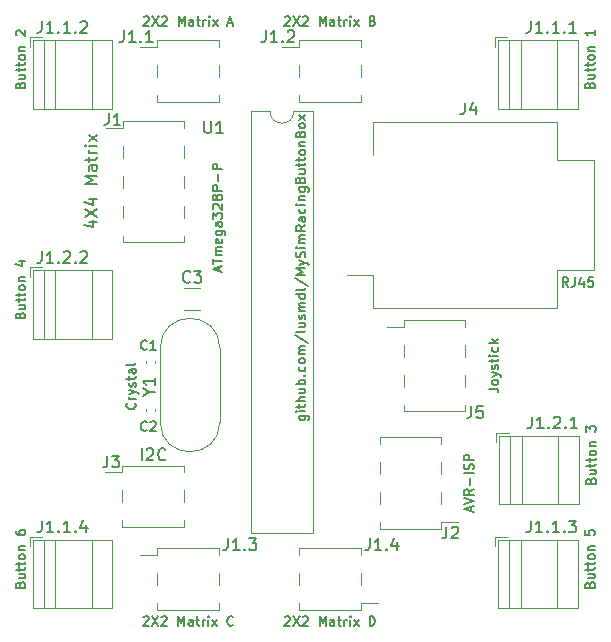
<source format=gbr>
%TF.GenerationSoftware,KiCad,Pcbnew,8.0.7*%
%TF.CreationDate,2025-01-13T22:24:01+01:00*%
%TF.ProjectId,circuit,63697263-7569-4742-9e6b-696361645f70,v1.1.0*%
%TF.SameCoordinates,Original*%
%TF.FileFunction,Legend,Top*%
%TF.FilePolarity,Positive*%
%FSLAX46Y46*%
G04 Gerber Fmt 4.6, Leading zero omitted, Abs format (unit mm)*
G04 Created by KiCad (PCBNEW 8.0.7) date 2025-01-13 22:24:01*
%MOMM*%
%LPD*%
G01*
G04 APERTURE LIST*
%ADD10C,0.175000*%
%ADD11C,0.150000*%
%ADD12C,0.120000*%
G04 APERTURE END LIST*
D10*
X234389661Y-77161535D02*
X235037280Y-77161535D01*
X235037280Y-77161535D02*
X235113471Y-77199630D01*
X235113471Y-77199630D02*
X235151566Y-77237726D01*
X235151566Y-77237726D02*
X235189661Y-77313916D01*
X235189661Y-77313916D02*
X235189661Y-77428202D01*
X235189661Y-77428202D02*
X235151566Y-77504392D01*
X234884900Y-77161535D02*
X234922995Y-77237726D01*
X234922995Y-77237726D02*
X234922995Y-77390107D01*
X234922995Y-77390107D02*
X234884900Y-77466297D01*
X234884900Y-77466297D02*
X234846804Y-77504392D01*
X234846804Y-77504392D02*
X234770614Y-77542488D01*
X234770614Y-77542488D02*
X234542042Y-77542488D01*
X234542042Y-77542488D02*
X234465852Y-77504392D01*
X234465852Y-77504392D02*
X234427757Y-77466297D01*
X234427757Y-77466297D02*
X234389661Y-77390107D01*
X234389661Y-77390107D02*
X234389661Y-77237726D01*
X234389661Y-77237726D02*
X234427757Y-77161535D01*
X234922995Y-76780582D02*
X234389661Y-76780582D01*
X234122995Y-76780582D02*
X234161090Y-76818678D01*
X234161090Y-76818678D02*
X234199185Y-76780582D01*
X234199185Y-76780582D02*
X234161090Y-76742487D01*
X234161090Y-76742487D02*
X234122995Y-76780582D01*
X234122995Y-76780582D02*
X234199185Y-76780582D01*
X234389661Y-76513916D02*
X234389661Y-76209154D01*
X234122995Y-76399630D02*
X234808709Y-76399630D01*
X234808709Y-76399630D02*
X234884900Y-76361535D01*
X234884900Y-76361535D02*
X234922995Y-76285345D01*
X234922995Y-76285345D02*
X234922995Y-76209154D01*
X234922995Y-75942487D02*
X234122995Y-75942487D01*
X234922995Y-75599630D02*
X234503947Y-75599630D01*
X234503947Y-75599630D02*
X234427757Y-75637725D01*
X234427757Y-75637725D02*
X234389661Y-75713916D01*
X234389661Y-75713916D02*
X234389661Y-75828202D01*
X234389661Y-75828202D02*
X234427757Y-75904392D01*
X234427757Y-75904392D02*
X234465852Y-75942487D01*
X234389661Y-74875820D02*
X234922995Y-74875820D01*
X234389661Y-75218677D02*
X234808709Y-75218677D01*
X234808709Y-75218677D02*
X234884900Y-75180582D01*
X234884900Y-75180582D02*
X234922995Y-75104392D01*
X234922995Y-75104392D02*
X234922995Y-74990106D01*
X234922995Y-74990106D02*
X234884900Y-74913915D01*
X234884900Y-74913915D02*
X234846804Y-74875820D01*
X234922995Y-74494867D02*
X234122995Y-74494867D01*
X234427757Y-74494867D02*
X234389661Y-74418677D01*
X234389661Y-74418677D02*
X234389661Y-74266296D01*
X234389661Y-74266296D02*
X234427757Y-74190105D01*
X234427757Y-74190105D02*
X234465852Y-74152010D01*
X234465852Y-74152010D02*
X234542042Y-74113915D01*
X234542042Y-74113915D02*
X234770614Y-74113915D01*
X234770614Y-74113915D02*
X234846804Y-74152010D01*
X234846804Y-74152010D02*
X234884900Y-74190105D01*
X234884900Y-74190105D02*
X234922995Y-74266296D01*
X234922995Y-74266296D02*
X234922995Y-74418677D01*
X234922995Y-74418677D02*
X234884900Y-74494867D01*
X234846804Y-73771057D02*
X234884900Y-73732962D01*
X234884900Y-73732962D02*
X234922995Y-73771057D01*
X234922995Y-73771057D02*
X234884900Y-73809153D01*
X234884900Y-73809153D02*
X234846804Y-73771057D01*
X234846804Y-73771057D02*
X234922995Y-73771057D01*
X234884900Y-73047248D02*
X234922995Y-73123439D01*
X234922995Y-73123439D02*
X234922995Y-73275820D01*
X234922995Y-73275820D02*
X234884900Y-73352010D01*
X234884900Y-73352010D02*
X234846804Y-73390105D01*
X234846804Y-73390105D02*
X234770614Y-73428201D01*
X234770614Y-73428201D02*
X234542042Y-73428201D01*
X234542042Y-73428201D02*
X234465852Y-73390105D01*
X234465852Y-73390105D02*
X234427757Y-73352010D01*
X234427757Y-73352010D02*
X234389661Y-73275820D01*
X234389661Y-73275820D02*
X234389661Y-73123439D01*
X234389661Y-73123439D02*
X234427757Y-73047248D01*
X234922995Y-72590106D02*
X234884900Y-72666296D01*
X234884900Y-72666296D02*
X234846804Y-72704391D01*
X234846804Y-72704391D02*
X234770614Y-72742487D01*
X234770614Y-72742487D02*
X234542042Y-72742487D01*
X234542042Y-72742487D02*
X234465852Y-72704391D01*
X234465852Y-72704391D02*
X234427757Y-72666296D01*
X234427757Y-72666296D02*
X234389661Y-72590106D01*
X234389661Y-72590106D02*
X234389661Y-72475820D01*
X234389661Y-72475820D02*
X234427757Y-72399629D01*
X234427757Y-72399629D02*
X234465852Y-72361534D01*
X234465852Y-72361534D02*
X234542042Y-72323439D01*
X234542042Y-72323439D02*
X234770614Y-72323439D01*
X234770614Y-72323439D02*
X234846804Y-72361534D01*
X234846804Y-72361534D02*
X234884900Y-72399629D01*
X234884900Y-72399629D02*
X234922995Y-72475820D01*
X234922995Y-72475820D02*
X234922995Y-72590106D01*
X234922995Y-71980581D02*
X234389661Y-71980581D01*
X234465852Y-71980581D02*
X234427757Y-71942486D01*
X234427757Y-71942486D02*
X234389661Y-71866296D01*
X234389661Y-71866296D02*
X234389661Y-71752010D01*
X234389661Y-71752010D02*
X234427757Y-71675819D01*
X234427757Y-71675819D02*
X234503947Y-71637724D01*
X234503947Y-71637724D02*
X234922995Y-71637724D01*
X234503947Y-71637724D02*
X234427757Y-71599629D01*
X234427757Y-71599629D02*
X234389661Y-71523438D01*
X234389661Y-71523438D02*
X234389661Y-71409153D01*
X234389661Y-71409153D02*
X234427757Y-71332962D01*
X234427757Y-71332962D02*
X234503947Y-71294867D01*
X234503947Y-71294867D02*
X234922995Y-71294867D01*
X234084900Y-70342486D02*
X235113471Y-71028200D01*
X234922995Y-69961534D02*
X234884900Y-70037724D01*
X234884900Y-70037724D02*
X234808709Y-70075819D01*
X234808709Y-70075819D02*
X234122995Y-70075819D01*
X234389661Y-69313914D02*
X234922995Y-69313914D01*
X234389661Y-69656771D02*
X234808709Y-69656771D01*
X234808709Y-69656771D02*
X234884900Y-69618676D01*
X234884900Y-69618676D02*
X234922995Y-69542486D01*
X234922995Y-69542486D02*
X234922995Y-69428200D01*
X234922995Y-69428200D02*
X234884900Y-69352009D01*
X234884900Y-69352009D02*
X234846804Y-69313914D01*
X234884900Y-68971057D02*
X234922995Y-68894866D01*
X234922995Y-68894866D02*
X234922995Y-68742485D01*
X234922995Y-68742485D02*
X234884900Y-68666295D01*
X234884900Y-68666295D02*
X234808709Y-68628199D01*
X234808709Y-68628199D02*
X234770614Y-68628199D01*
X234770614Y-68628199D02*
X234694423Y-68666295D01*
X234694423Y-68666295D02*
X234656328Y-68742485D01*
X234656328Y-68742485D02*
X234656328Y-68856771D01*
X234656328Y-68856771D02*
X234618233Y-68932961D01*
X234618233Y-68932961D02*
X234542042Y-68971057D01*
X234542042Y-68971057D02*
X234503947Y-68971057D01*
X234503947Y-68971057D02*
X234427757Y-68932961D01*
X234427757Y-68932961D02*
X234389661Y-68856771D01*
X234389661Y-68856771D02*
X234389661Y-68742485D01*
X234389661Y-68742485D02*
X234427757Y-68666295D01*
X234922995Y-68285342D02*
X234389661Y-68285342D01*
X234465852Y-68285342D02*
X234427757Y-68247247D01*
X234427757Y-68247247D02*
X234389661Y-68171057D01*
X234389661Y-68171057D02*
X234389661Y-68056771D01*
X234389661Y-68056771D02*
X234427757Y-67980580D01*
X234427757Y-67980580D02*
X234503947Y-67942485D01*
X234503947Y-67942485D02*
X234922995Y-67942485D01*
X234503947Y-67942485D02*
X234427757Y-67904390D01*
X234427757Y-67904390D02*
X234389661Y-67828199D01*
X234389661Y-67828199D02*
X234389661Y-67713914D01*
X234389661Y-67713914D02*
X234427757Y-67637723D01*
X234427757Y-67637723D02*
X234503947Y-67599628D01*
X234503947Y-67599628D02*
X234922995Y-67599628D01*
X234922995Y-66875818D02*
X234122995Y-66875818D01*
X234884900Y-66875818D02*
X234922995Y-66952009D01*
X234922995Y-66952009D02*
X234922995Y-67104390D01*
X234922995Y-67104390D02*
X234884900Y-67180580D01*
X234884900Y-67180580D02*
X234846804Y-67218675D01*
X234846804Y-67218675D02*
X234770614Y-67256771D01*
X234770614Y-67256771D02*
X234542042Y-67256771D01*
X234542042Y-67256771D02*
X234465852Y-67218675D01*
X234465852Y-67218675D02*
X234427757Y-67180580D01*
X234427757Y-67180580D02*
X234389661Y-67104390D01*
X234389661Y-67104390D02*
X234389661Y-66952009D01*
X234389661Y-66952009D02*
X234427757Y-66875818D01*
X234922995Y-66380580D02*
X234884900Y-66456770D01*
X234884900Y-66456770D02*
X234808709Y-66494865D01*
X234808709Y-66494865D02*
X234122995Y-66494865D01*
X234084900Y-65504389D02*
X235113471Y-66190103D01*
X234922995Y-65237722D02*
X234122995Y-65237722D01*
X234122995Y-65237722D02*
X234694423Y-64971056D01*
X234694423Y-64971056D02*
X234122995Y-64704389D01*
X234122995Y-64704389D02*
X234922995Y-64704389D01*
X234389661Y-64399627D02*
X234922995Y-64209151D01*
X234389661Y-64018674D02*
X234922995Y-64209151D01*
X234922995Y-64209151D02*
X235113471Y-64285341D01*
X235113471Y-64285341D02*
X235151566Y-64323436D01*
X235151566Y-64323436D02*
X235189661Y-64399627D01*
X234884900Y-63752008D02*
X234922995Y-63637722D01*
X234922995Y-63637722D02*
X234922995Y-63447246D01*
X234922995Y-63447246D02*
X234884900Y-63371055D01*
X234884900Y-63371055D02*
X234846804Y-63332960D01*
X234846804Y-63332960D02*
X234770614Y-63294865D01*
X234770614Y-63294865D02*
X234694423Y-63294865D01*
X234694423Y-63294865D02*
X234618233Y-63332960D01*
X234618233Y-63332960D02*
X234580138Y-63371055D01*
X234580138Y-63371055D02*
X234542042Y-63447246D01*
X234542042Y-63447246D02*
X234503947Y-63599627D01*
X234503947Y-63599627D02*
X234465852Y-63675817D01*
X234465852Y-63675817D02*
X234427757Y-63713912D01*
X234427757Y-63713912D02*
X234351566Y-63752008D01*
X234351566Y-63752008D02*
X234275376Y-63752008D01*
X234275376Y-63752008D02*
X234199185Y-63713912D01*
X234199185Y-63713912D02*
X234161090Y-63675817D01*
X234161090Y-63675817D02*
X234122995Y-63599627D01*
X234122995Y-63599627D02*
X234122995Y-63409150D01*
X234122995Y-63409150D02*
X234161090Y-63294865D01*
X234922995Y-62952007D02*
X234389661Y-62952007D01*
X234122995Y-62952007D02*
X234161090Y-62990103D01*
X234161090Y-62990103D02*
X234199185Y-62952007D01*
X234199185Y-62952007D02*
X234161090Y-62913912D01*
X234161090Y-62913912D02*
X234122995Y-62952007D01*
X234122995Y-62952007D02*
X234199185Y-62952007D01*
X234922995Y-62571055D02*
X234389661Y-62571055D01*
X234465852Y-62571055D02*
X234427757Y-62532960D01*
X234427757Y-62532960D02*
X234389661Y-62456770D01*
X234389661Y-62456770D02*
X234389661Y-62342484D01*
X234389661Y-62342484D02*
X234427757Y-62266293D01*
X234427757Y-62266293D02*
X234503947Y-62228198D01*
X234503947Y-62228198D02*
X234922995Y-62228198D01*
X234503947Y-62228198D02*
X234427757Y-62190103D01*
X234427757Y-62190103D02*
X234389661Y-62113912D01*
X234389661Y-62113912D02*
X234389661Y-61999627D01*
X234389661Y-61999627D02*
X234427757Y-61923436D01*
X234427757Y-61923436D02*
X234503947Y-61885341D01*
X234503947Y-61885341D02*
X234922995Y-61885341D01*
X234922995Y-61047245D02*
X234542042Y-61313912D01*
X234922995Y-61504388D02*
X234122995Y-61504388D01*
X234122995Y-61504388D02*
X234122995Y-61199626D01*
X234122995Y-61199626D02*
X234161090Y-61123436D01*
X234161090Y-61123436D02*
X234199185Y-61085341D01*
X234199185Y-61085341D02*
X234275376Y-61047245D01*
X234275376Y-61047245D02*
X234389661Y-61047245D01*
X234389661Y-61047245D02*
X234465852Y-61085341D01*
X234465852Y-61085341D02*
X234503947Y-61123436D01*
X234503947Y-61123436D02*
X234542042Y-61199626D01*
X234542042Y-61199626D02*
X234542042Y-61504388D01*
X234922995Y-60361531D02*
X234503947Y-60361531D01*
X234503947Y-60361531D02*
X234427757Y-60399626D01*
X234427757Y-60399626D02*
X234389661Y-60475817D01*
X234389661Y-60475817D02*
X234389661Y-60628198D01*
X234389661Y-60628198D02*
X234427757Y-60704388D01*
X234884900Y-60361531D02*
X234922995Y-60437722D01*
X234922995Y-60437722D02*
X234922995Y-60628198D01*
X234922995Y-60628198D02*
X234884900Y-60704388D01*
X234884900Y-60704388D02*
X234808709Y-60742484D01*
X234808709Y-60742484D02*
X234732519Y-60742484D01*
X234732519Y-60742484D02*
X234656328Y-60704388D01*
X234656328Y-60704388D02*
X234618233Y-60628198D01*
X234618233Y-60628198D02*
X234618233Y-60437722D01*
X234618233Y-60437722D02*
X234580138Y-60361531D01*
X234884900Y-59637721D02*
X234922995Y-59713912D01*
X234922995Y-59713912D02*
X234922995Y-59866293D01*
X234922995Y-59866293D02*
X234884900Y-59942483D01*
X234884900Y-59942483D02*
X234846804Y-59980578D01*
X234846804Y-59980578D02*
X234770614Y-60018674D01*
X234770614Y-60018674D02*
X234542042Y-60018674D01*
X234542042Y-60018674D02*
X234465852Y-59980578D01*
X234465852Y-59980578D02*
X234427757Y-59942483D01*
X234427757Y-59942483D02*
X234389661Y-59866293D01*
X234389661Y-59866293D02*
X234389661Y-59713912D01*
X234389661Y-59713912D02*
X234427757Y-59637721D01*
X234922995Y-59294864D02*
X234389661Y-59294864D01*
X234122995Y-59294864D02*
X234161090Y-59332960D01*
X234161090Y-59332960D02*
X234199185Y-59294864D01*
X234199185Y-59294864D02*
X234161090Y-59256769D01*
X234161090Y-59256769D02*
X234122995Y-59294864D01*
X234122995Y-59294864D02*
X234199185Y-59294864D01*
X234389661Y-58913912D02*
X234922995Y-58913912D01*
X234465852Y-58913912D02*
X234427757Y-58875817D01*
X234427757Y-58875817D02*
X234389661Y-58799627D01*
X234389661Y-58799627D02*
X234389661Y-58685341D01*
X234389661Y-58685341D02*
X234427757Y-58609150D01*
X234427757Y-58609150D02*
X234503947Y-58571055D01*
X234503947Y-58571055D02*
X234922995Y-58571055D01*
X234389661Y-57847245D02*
X235037280Y-57847245D01*
X235037280Y-57847245D02*
X235113471Y-57885340D01*
X235113471Y-57885340D02*
X235151566Y-57923436D01*
X235151566Y-57923436D02*
X235189661Y-57999626D01*
X235189661Y-57999626D02*
X235189661Y-58113912D01*
X235189661Y-58113912D02*
X235151566Y-58190102D01*
X234884900Y-57847245D02*
X234922995Y-57923436D01*
X234922995Y-57923436D02*
X234922995Y-58075817D01*
X234922995Y-58075817D02*
X234884900Y-58152007D01*
X234884900Y-58152007D02*
X234846804Y-58190102D01*
X234846804Y-58190102D02*
X234770614Y-58228198D01*
X234770614Y-58228198D02*
X234542042Y-58228198D01*
X234542042Y-58228198D02*
X234465852Y-58190102D01*
X234465852Y-58190102D02*
X234427757Y-58152007D01*
X234427757Y-58152007D02*
X234389661Y-58075817D01*
X234389661Y-58075817D02*
X234389661Y-57923436D01*
X234389661Y-57923436D02*
X234427757Y-57847245D01*
X234503947Y-57199626D02*
X234542042Y-57085340D01*
X234542042Y-57085340D02*
X234580138Y-57047245D01*
X234580138Y-57047245D02*
X234656328Y-57009149D01*
X234656328Y-57009149D02*
X234770614Y-57009149D01*
X234770614Y-57009149D02*
X234846804Y-57047245D01*
X234846804Y-57047245D02*
X234884900Y-57085340D01*
X234884900Y-57085340D02*
X234922995Y-57161530D01*
X234922995Y-57161530D02*
X234922995Y-57466292D01*
X234922995Y-57466292D02*
X234122995Y-57466292D01*
X234122995Y-57466292D02*
X234122995Y-57199626D01*
X234122995Y-57199626D02*
X234161090Y-57123435D01*
X234161090Y-57123435D02*
X234199185Y-57085340D01*
X234199185Y-57085340D02*
X234275376Y-57047245D01*
X234275376Y-57047245D02*
X234351566Y-57047245D01*
X234351566Y-57047245D02*
X234427757Y-57085340D01*
X234427757Y-57085340D02*
X234465852Y-57123435D01*
X234465852Y-57123435D02*
X234503947Y-57199626D01*
X234503947Y-57199626D02*
X234503947Y-57466292D01*
X234389661Y-56323435D02*
X234922995Y-56323435D01*
X234389661Y-56666292D02*
X234808709Y-56666292D01*
X234808709Y-56666292D02*
X234884900Y-56628197D01*
X234884900Y-56628197D02*
X234922995Y-56552007D01*
X234922995Y-56552007D02*
X234922995Y-56437721D01*
X234922995Y-56437721D02*
X234884900Y-56361530D01*
X234884900Y-56361530D02*
X234846804Y-56323435D01*
X234389661Y-56056768D02*
X234389661Y-55752006D01*
X234122995Y-55942482D02*
X234808709Y-55942482D01*
X234808709Y-55942482D02*
X234884900Y-55904387D01*
X234884900Y-55904387D02*
X234922995Y-55828197D01*
X234922995Y-55828197D02*
X234922995Y-55752006D01*
X234389661Y-55599625D02*
X234389661Y-55294863D01*
X234122995Y-55485339D02*
X234808709Y-55485339D01*
X234808709Y-55485339D02*
X234884900Y-55447244D01*
X234884900Y-55447244D02*
X234922995Y-55371054D01*
X234922995Y-55371054D02*
X234922995Y-55294863D01*
X234922995Y-54913911D02*
X234884900Y-54990101D01*
X234884900Y-54990101D02*
X234846804Y-55028196D01*
X234846804Y-55028196D02*
X234770614Y-55066292D01*
X234770614Y-55066292D02*
X234542042Y-55066292D01*
X234542042Y-55066292D02*
X234465852Y-55028196D01*
X234465852Y-55028196D02*
X234427757Y-54990101D01*
X234427757Y-54990101D02*
X234389661Y-54913911D01*
X234389661Y-54913911D02*
X234389661Y-54799625D01*
X234389661Y-54799625D02*
X234427757Y-54723434D01*
X234427757Y-54723434D02*
X234465852Y-54685339D01*
X234465852Y-54685339D02*
X234542042Y-54647244D01*
X234542042Y-54647244D02*
X234770614Y-54647244D01*
X234770614Y-54647244D02*
X234846804Y-54685339D01*
X234846804Y-54685339D02*
X234884900Y-54723434D01*
X234884900Y-54723434D02*
X234922995Y-54799625D01*
X234922995Y-54799625D02*
X234922995Y-54913911D01*
X234389661Y-54304386D02*
X234922995Y-54304386D01*
X234465852Y-54304386D02*
X234427757Y-54266291D01*
X234427757Y-54266291D02*
X234389661Y-54190101D01*
X234389661Y-54190101D02*
X234389661Y-54075815D01*
X234389661Y-54075815D02*
X234427757Y-53999624D01*
X234427757Y-53999624D02*
X234503947Y-53961529D01*
X234503947Y-53961529D02*
X234922995Y-53961529D01*
X234503947Y-53313910D02*
X234542042Y-53199624D01*
X234542042Y-53199624D02*
X234580138Y-53161529D01*
X234580138Y-53161529D02*
X234656328Y-53123433D01*
X234656328Y-53123433D02*
X234770614Y-53123433D01*
X234770614Y-53123433D02*
X234846804Y-53161529D01*
X234846804Y-53161529D02*
X234884900Y-53199624D01*
X234884900Y-53199624D02*
X234922995Y-53275814D01*
X234922995Y-53275814D02*
X234922995Y-53580576D01*
X234922995Y-53580576D02*
X234122995Y-53580576D01*
X234122995Y-53580576D02*
X234122995Y-53313910D01*
X234122995Y-53313910D02*
X234161090Y-53237719D01*
X234161090Y-53237719D02*
X234199185Y-53199624D01*
X234199185Y-53199624D02*
X234275376Y-53161529D01*
X234275376Y-53161529D02*
X234351566Y-53161529D01*
X234351566Y-53161529D02*
X234427757Y-53199624D01*
X234427757Y-53199624D02*
X234465852Y-53237719D01*
X234465852Y-53237719D02*
X234503947Y-53313910D01*
X234503947Y-53313910D02*
X234503947Y-53580576D01*
X234922995Y-52666291D02*
X234884900Y-52742481D01*
X234884900Y-52742481D02*
X234846804Y-52780576D01*
X234846804Y-52780576D02*
X234770614Y-52818672D01*
X234770614Y-52818672D02*
X234542042Y-52818672D01*
X234542042Y-52818672D02*
X234465852Y-52780576D01*
X234465852Y-52780576D02*
X234427757Y-52742481D01*
X234427757Y-52742481D02*
X234389661Y-52666291D01*
X234389661Y-52666291D02*
X234389661Y-52552005D01*
X234389661Y-52552005D02*
X234427757Y-52475814D01*
X234427757Y-52475814D02*
X234465852Y-52437719D01*
X234465852Y-52437719D02*
X234542042Y-52399624D01*
X234542042Y-52399624D02*
X234770614Y-52399624D01*
X234770614Y-52399624D02*
X234846804Y-52437719D01*
X234846804Y-52437719D02*
X234884900Y-52475814D01*
X234884900Y-52475814D02*
X234922995Y-52552005D01*
X234922995Y-52552005D02*
X234922995Y-52666291D01*
X234922995Y-52132957D02*
X234389661Y-51713909D01*
X234389661Y-52132957D02*
X234922995Y-51713909D01*
D11*
X253988095Y-86054819D02*
X253988095Y-86769104D01*
X253988095Y-86769104D02*
X253940476Y-86911961D01*
X253940476Y-86911961D02*
X253845238Y-87007200D01*
X253845238Y-87007200D02*
X253702381Y-87054819D01*
X253702381Y-87054819D02*
X253607143Y-87054819D01*
X254988095Y-87054819D02*
X254416667Y-87054819D01*
X254702381Y-87054819D02*
X254702381Y-86054819D01*
X254702381Y-86054819D02*
X254607143Y-86197676D01*
X254607143Y-86197676D02*
X254511905Y-86292914D01*
X254511905Y-86292914D02*
X254416667Y-86340533D01*
X255416667Y-86959580D02*
X255464286Y-87007200D01*
X255464286Y-87007200D02*
X255416667Y-87054819D01*
X255416667Y-87054819D02*
X255369048Y-87007200D01*
X255369048Y-87007200D02*
X255416667Y-86959580D01*
X255416667Y-86959580D02*
X255416667Y-87054819D01*
X256416666Y-87054819D02*
X255845238Y-87054819D01*
X256130952Y-87054819D02*
X256130952Y-86054819D01*
X256130952Y-86054819D02*
X256035714Y-86197676D01*
X256035714Y-86197676D02*
X255940476Y-86292914D01*
X255940476Y-86292914D02*
X255845238Y-86340533D01*
X256845238Y-86959580D02*
X256892857Y-87007200D01*
X256892857Y-87007200D02*
X256845238Y-87054819D01*
X256845238Y-87054819D02*
X256797619Y-87007200D01*
X256797619Y-87007200D02*
X256845238Y-86959580D01*
X256845238Y-86959580D02*
X256845238Y-87054819D01*
X257226190Y-86054819D02*
X257845237Y-86054819D01*
X257845237Y-86054819D02*
X257511904Y-86435771D01*
X257511904Y-86435771D02*
X257654761Y-86435771D01*
X257654761Y-86435771D02*
X257749999Y-86483390D01*
X257749999Y-86483390D02*
X257797618Y-86531009D01*
X257797618Y-86531009D02*
X257845237Y-86626247D01*
X257845237Y-86626247D02*
X257845237Y-86864342D01*
X257845237Y-86864342D02*
X257797618Y-86959580D01*
X257797618Y-86959580D02*
X257749999Y-87007200D01*
X257749999Y-87007200D02*
X257654761Y-87054819D01*
X257654761Y-87054819D02*
X257369047Y-87054819D01*
X257369047Y-87054819D02*
X257273809Y-87007200D01*
X257273809Y-87007200D02*
X257226190Y-86959580D01*
X258993247Y-91471429D02*
X259031342Y-91357143D01*
X259031342Y-91357143D02*
X259069438Y-91319048D01*
X259069438Y-91319048D02*
X259145628Y-91280952D01*
X259145628Y-91280952D02*
X259259914Y-91280952D01*
X259259914Y-91280952D02*
X259336104Y-91319048D01*
X259336104Y-91319048D02*
X259374200Y-91357143D01*
X259374200Y-91357143D02*
X259412295Y-91433333D01*
X259412295Y-91433333D02*
X259412295Y-91738095D01*
X259412295Y-91738095D02*
X258612295Y-91738095D01*
X258612295Y-91738095D02*
X258612295Y-91471429D01*
X258612295Y-91471429D02*
X258650390Y-91395238D01*
X258650390Y-91395238D02*
X258688485Y-91357143D01*
X258688485Y-91357143D02*
X258764676Y-91319048D01*
X258764676Y-91319048D02*
X258840866Y-91319048D01*
X258840866Y-91319048D02*
X258917057Y-91357143D01*
X258917057Y-91357143D02*
X258955152Y-91395238D01*
X258955152Y-91395238D02*
X258993247Y-91471429D01*
X258993247Y-91471429D02*
X258993247Y-91738095D01*
X258878961Y-90595238D02*
X259412295Y-90595238D01*
X258878961Y-90938095D02*
X259298009Y-90938095D01*
X259298009Y-90938095D02*
X259374200Y-90900000D01*
X259374200Y-90900000D02*
X259412295Y-90823810D01*
X259412295Y-90823810D02*
X259412295Y-90709524D01*
X259412295Y-90709524D02*
X259374200Y-90633333D01*
X259374200Y-90633333D02*
X259336104Y-90595238D01*
X258878961Y-90328571D02*
X258878961Y-90023809D01*
X258612295Y-90214285D02*
X259298009Y-90214285D01*
X259298009Y-90214285D02*
X259374200Y-90176190D01*
X259374200Y-90176190D02*
X259412295Y-90100000D01*
X259412295Y-90100000D02*
X259412295Y-90023809D01*
X258878961Y-89871428D02*
X258878961Y-89566666D01*
X258612295Y-89757142D02*
X259298009Y-89757142D01*
X259298009Y-89757142D02*
X259374200Y-89719047D01*
X259374200Y-89719047D02*
X259412295Y-89642857D01*
X259412295Y-89642857D02*
X259412295Y-89566666D01*
X259412295Y-89185714D02*
X259374200Y-89261904D01*
X259374200Y-89261904D02*
X259336104Y-89299999D01*
X259336104Y-89299999D02*
X259259914Y-89338095D01*
X259259914Y-89338095D02*
X259031342Y-89338095D01*
X259031342Y-89338095D02*
X258955152Y-89299999D01*
X258955152Y-89299999D02*
X258917057Y-89261904D01*
X258917057Y-89261904D02*
X258878961Y-89185714D01*
X258878961Y-89185714D02*
X258878961Y-89071428D01*
X258878961Y-89071428D02*
X258917057Y-88995237D01*
X258917057Y-88995237D02*
X258955152Y-88957142D01*
X258955152Y-88957142D02*
X259031342Y-88919047D01*
X259031342Y-88919047D02*
X259259914Y-88919047D01*
X259259914Y-88919047D02*
X259336104Y-88957142D01*
X259336104Y-88957142D02*
X259374200Y-88995237D01*
X259374200Y-88995237D02*
X259412295Y-89071428D01*
X259412295Y-89071428D02*
X259412295Y-89185714D01*
X258878961Y-88576189D02*
X259412295Y-88576189D01*
X258955152Y-88576189D02*
X258917057Y-88538094D01*
X258917057Y-88538094D02*
X258878961Y-88461904D01*
X258878961Y-88461904D02*
X258878961Y-88347618D01*
X258878961Y-88347618D02*
X258917057Y-88271427D01*
X258917057Y-88271427D02*
X258993247Y-88233332D01*
X258993247Y-88233332D02*
X259412295Y-88233332D01*
X258612295Y-86861903D02*
X258612295Y-87242855D01*
X258612295Y-87242855D02*
X258993247Y-87280951D01*
X258993247Y-87280951D02*
X258955152Y-87242855D01*
X258955152Y-87242855D02*
X258917057Y-87166665D01*
X258917057Y-87166665D02*
X258917057Y-86976189D01*
X258917057Y-86976189D02*
X258955152Y-86899998D01*
X258955152Y-86899998D02*
X258993247Y-86861903D01*
X258993247Y-86861903D02*
X259069438Y-86823808D01*
X259069438Y-86823808D02*
X259259914Y-86823808D01*
X259259914Y-86823808D02*
X259336104Y-86861903D01*
X259336104Y-86861903D02*
X259374200Y-86899998D01*
X259374200Y-86899998D02*
X259412295Y-86976189D01*
X259412295Y-86976189D02*
X259412295Y-87166665D01*
X259412295Y-87166665D02*
X259374200Y-87242855D01*
X259374200Y-87242855D02*
X259336104Y-87280951D01*
X253988095Y-43754819D02*
X253988095Y-44469104D01*
X253988095Y-44469104D02*
X253940476Y-44611961D01*
X253940476Y-44611961D02*
X253845238Y-44707200D01*
X253845238Y-44707200D02*
X253702381Y-44754819D01*
X253702381Y-44754819D02*
X253607143Y-44754819D01*
X254988095Y-44754819D02*
X254416667Y-44754819D01*
X254702381Y-44754819D02*
X254702381Y-43754819D01*
X254702381Y-43754819D02*
X254607143Y-43897676D01*
X254607143Y-43897676D02*
X254511905Y-43992914D01*
X254511905Y-43992914D02*
X254416667Y-44040533D01*
X255416667Y-44659580D02*
X255464286Y-44707200D01*
X255464286Y-44707200D02*
X255416667Y-44754819D01*
X255416667Y-44754819D02*
X255369048Y-44707200D01*
X255369048Y-44707200D02*
X255416667Y-44659580D01*
X255416667Y-44659580D02*
X255416667Y-44754819D01*
X256416666Y-44754819D02*
X255845238Y-44754819D01*
X256130952Y-44754819D02*
X256130952Y-43754819D01*
X256130952Y-43754819D02*
X256035714Y-43897676D01*
X256035714Y-43897676D02*
X255940476Y-43992914D01*
X255940476Y-43992914D02*
X255845238Y-44040533D01*
X256845238Y-44659580D02*
X256892857Y-44707200D01*
X256892857Y-44707200D02*
X256845238Y-44754819D01*
X256845238Y-44754819D02*
X256797619Y-44707200D01*
X256797619Y-44707200D02*
X256845238Y-44659580D01*
X256845238Y-44659580D02*
X256845238Y-44754819D01*
X257845237Y-44754819D02*
X257273809Y-44754819D01*
X257559523Y-44754819D02*
X257559523Y-43754819D01*
X257559523Y-43754819D02*
X257464285Y-43897676D01*
X257464285Y-43897676D02*
X257369047Y-43992914D01*
X257369047Y-43992914D02*
X257273809Y-44040533D01*
X258993247Y-49171429D02*
X259031342Y-49057143D01*
X259031342Y-49057143D02*
X259069438Y-49019048D01*
X259069438Y-49019048D02*
X259145628Y-48980952D01*
X259145628Y-48980952D02*
X259259914Y-48980952D01*
X259259914Y-48980952D02*
X259336104Y-49019048D01*
X259336104Y-49019048D02*
X259374200Y-49057143D01*
X259374200Y-49057143D02*
X259412295Y-49133333D01*
X259412295Y-49133333D02*
X259412295Y-49438095D01*
X259412295Y-49438095D02*
X258612295Y-49438095D01*
X258612295Y-49438095D02*
X258612295Y-49171429D01*
X258612295Y-49171429D02*
X258650390Y-49095238D01*
X258650390Y-49095238D02*
X258688485Y-49057143D01*
X258688485Y-49057143D02*
X258764676Y-49019048D01*
X258764676Y-49019048D02*
X258840866Y-49019048D01*
X258840866Y-49019048D02*
X258917057Y-49057143D01*
X258917057Y-49057143D02*
X258955152Y-49095238D01*
X258955152Y-49095238D02*
X258993247Y-49171429D01*
X258993247Y-49171429D02*
X258993247Y-49438095D01*
X258878961Y-48295238D02*
X259412295Y-48295238D01*
X258878961Y-48638095D02*
X259298009Y-48638095D01*
X259298009Y-48638095D02*
X259374200Y-48600000D01*
X259374200Y-48600000D02*
X259412295Y-48523810D01*
X259412295Y-48523810D02*
X259412295Y-48409524D01*
X259412295Y-48409524D02*
X259374200Y-48333333D01*
X259374200Y-48333333D02*
X259336104Y-48295238D01*
X258878961Y-48028571D02*
X258878961Y-47723809D01*
X258612295Y-47914285D02*
X259298009Y-47914285D01*
X259298009Y-47914285D02*
X259374200Y-47876190D01*
X259374200Y-47876190D02*
X259412295Y-47800000D01*
X259412295Y-47800000D02*
X259412295Y-47723809D01*
X258878961Y-47571428D02*
X258878961Y-47266666D01*
X258612295Y-47457142D02*
X259298009Y-47457142D01*
X259298009Y-47457142D02*
X259374200Y-47419047D01*
X259374200Y-47419047D02*
X259412295Y-47342857D01*
X259412295Y-47342857D02*
X259412295Y-47266666D01*
X259412295Y-46885714D02*
X259374200Y-46961904D01*
X259374200Y-46961904D02*
X259336104Y-46999999D01*
X259336104Y-46999999D02*
X259259914Y-47038095D01*
X259259914Y-47038095D02*
X259031342Y-47038095D01*
X259031342Y-47038095D02*
X258955152Y-46999999D01*
X258955152Y-46999999D02*
X258917057Y-46961904D01*
X258917057Y-46961904D02*
X258878961Y-46885714D01*
X258878961Y-46885714D02*
X258878961Y-46771428D01*
X258878961Y-46771428D02*
X258917057Y-46695237D01*
X258917057Y-46695237D02*
X258955152Y-46657142D01*
X258955152Y-46657142D02*
X259031342Y-46619047D01*
X259031342Y-46619047D02*
X259259914Y-46619047D01*
X259259914Y-46619047D02*
X259336104Y-46657142D01*
X259336104Y-46657142D02*
X259374200Y-46695237D01*
X259374200Y-46695237D02*
X259412295Y-46771428D01*
X259412295Y-46771428D02*
X259412295Y-46885714D01*
X258878961Y-46276189D02*
X259412295Y-46276189D01*
X258955152Y-46276189D02*
X258917057Y-46238094D01*
X258917057Y-46238094D02*
X258878961Y-46161904D01*
X258878961Y-46161904D02*
X258878961Y-46047618D01*
X258878961Y-46047618D02*
X258917057Y-45971427D01*
X258917057Y-45971427D02*
X258993247Y-45933332D01*
X258993247Y-45933332D02*
X259412295Y-45933332D01*
X259412295Y-44523808D02*
X259412295Y-44980951D01*
X259412295Y-44752379D02*
X258612295Y-44752379D01*
X258612295Y-44752379D02*
X258726580Y-44828570D01*
X258726580Y-44828570D02*
X258802771Y-44904760D01*
X258802771Y-44904760D02*
X258840866Y-44980951D01*
X228352381Y-87554819D02*
X228352381Y-88269104D01*
X228352381Y-88269104D02*
X228304762Y-88411961D01*
X228304762Y-88411961D02*
X228209524Y-88507200D01*
X228209524Y-88507200D02*
X228066667Y-88554819D01*
X228066667Y-88554819D02*
X227971429Y-88554819D01*
X229352381Y-88554819D02*
X228780953Y-88554819D01*
X229066667Y-88554819D02*
X229066667Y-87554819D01*
X229066667Y-87554819D02*
X228971429Y-87697676D01*
X228971429Y-87697676D02*
X228876191Y-87792914D01*
X228876191Y-87792914D02*
X228780953Y-87840533D01*
X229780953Y-88459580D02*
X229828572Y-88507200D01*
X229828572Y-88507200D02*
X229780953Y-88554819D01*
X229780953Y-88554819D02*
X229733334Y-88507200D01*
X229733334Y-88507200D02*
X229780953Y-88459580D01*
X229780953Y-88459580D02*
X229780953Y-88554819D01*
X230161905Y-87554819D02*
X230780952Y-87554819D01*
X230780952Y-87554819D02*
X230447619Y-87935771D01*
X230447619Y-87935771D02*
X230590476Y-87935771D01*
X230590476Y-87935771D02*
X230685714Y-87983390D01*
X230685714Y-87983390D02*
X230733333Y-88031009D01*
X230733333Y-88031009D02*
X230780952Y-88126247D01*
X230780952Y-88126247D02*
X230780952Y-88364342D01*
X230780952Y-88364342D02*
X230733333Y-88459580D01*
X230733333Y-88459580D02*
X230685714Y-88507200D01*
X230685714Y-88507200D02*
X230590476Y-88554819D01*
X230590476Y-88554819D02*
X230304762Y-88554819D01*
X230304762Y-88554819D02*
X230209524Y-88507200D01*
X230209524Y-88507200D02*
X230161905Y-88459580D01*
X221190475Y-94238485D02*
X221228571Y-94200390D01*
X221228571Y-94200390D02*
X221304761Y-94162295D01*
X221304761Y-94162295D02*
X221495237Y-94162295D01*
X221495237Y-94162295D02*
X221571428Y-94200390D01*
X221571428Y-94200390D02*
X221609523Y-94238485D01*
X221609523Y-94238485D02*
X221647618Y-94314676D01*
X221647618Y-94314676D02*
X221647618Y-94390866D01*
X221647618Y-94390866D02*
X221609523Y-94505152D01*
X221609523Y-94505152D02*
X221152380Y-94962295D01*
X221152380Y-94962295D02*
X221647618Y-94962295D01*
X221914285Y-94162295D02*
X222447619Y-94962295D01*
X222447619Y-94162295D02*
X221914285Y-94962295D01*
X222714285Y-94238485D02*
X222752381Y-94200390D01*
X222752381Y-94200390D02*
X222828571Y-94162295D01*
X222828571Y-94162295D02*
X223019047Y-94162295D01*
X223019047Y-94162295D02*
X223095238Y-94200390D01*
X223095238Y-94200390D02*
X223133333Y-94238485D01*
X223133333Y-94238485D02*
X223171428Y-94314676D01*
X223171428Y-94314676D02*
X223171428Y-94390866D01*
X223171428Y-94390866D02*
X223133333Y-94505152D01*
X223133333Y-94505152D02*
X222676190Y-94962295D01*
X222676190Y-94962295D02*
X223171428Y-94962295D01*
X224123810Y-94962295D02*
X224123810Y-94162295D01*
X224123810Y-94162295D02*
X224390476Y-94733723D01*
X224390476Y-94733723D02*
X224657143Y-94162295D01*
X224657143Y-94162295D02*
X224657143Y-94962295D01*
X225380953Y-94962295D02*
X225380953Y-94543247D01*
X225380953Y-94543247D02*
X225342858Y-94467057D01*
X225342858Y-94467057D02*
X225266667Y-94428961D01*
X225266667Y-94428961D02*
X225114286Y-94428961D01*
X225114286Y-94428961D02*
X225038096Y-94467057D01*
X225380953Y-94924200D02*
X225304762Y-94962295D01*
X225304762Y-94962295D02*
X225114286Y-94962295D01*
X225114286Y-94962295D02*
X225038096Y-94924200D01*
X225038096Y-94924200D02*
X225000000Y-94848009D01*
X225000000Y-94848009D02*
X225000000Y-94771819D01*
X225000000Y-94771819D02*
X225038096Y-94695628D01*
X225038096Y-94695628D02*
X225114286Y-94657533D01*
X225114286Y-94657533D02*
X225304762Y-94657533D01*
X225304762Y-94657533D02*
X225380953Y-94619438D01*
X225647620Y-94428961D02*
X225952382Y-94428961D01*
X225761906Y-94162295D02*
X225761906Y-94848009D01*
X225761906Y-94848009D02*
X225800001Y-94924200D01*
X225800001Y-94924200D02*
X225876191Y-94962295D01*
X225876191Y-94962295D02*
X225952382Y-94962295D01*
X226219049Y-94962295D02*
X226219049Y-94428961D01*
X226219049Y-94581342D02*
X226257144Y-94505152D01*
X226257144Y-94505152D02*
X226295239Y-94467057D01*
X226295239Y-94467057D02*
X226371430Y-94428961D01*
X226371430Y-94428961D02*
X226447620Y-94428961D01*
X226714287Y-94962295D02*
X226714287Y-94428961D01*
X226714287Y-94162295D02*
X226676191Y-94200390D01*
X226676191Y-94200390D02*
X226714287Y-94238485D01*
X226714287Y-94238485D02*
X226752382Y-94200390D01*
X226752382Y-94200390D02*
X226714287Y-94162295D01*
X226714287Y-94162295D02*
X226714287Y-94238485D01*
X227019048Y-94962295D02*
X227438096Y-94428961D01*
X227019048Y-94428961D02*
X227438096Y-94962295D01*
X228809525Y-94886104D02*
X228771429Y-94924200D01*
X228771429Y-94924200D02*
X228657144Y-94962295D01*
X228657144Y-94962295D02*
X228580953Y-94962295D01*
X228580953Y-94962295D02*
X228466667Y-94924200D01*
X228466667Y-94924200D02*
X228390477Y-94848009D01*
X228390477Y-94848009D02*
X228352382Y-94771819D01*
X228352382Y-94771819D02*
X228314286Y-94619438D01*
X228314286Y-94619438D02*
X228314286Y-94505152D01*
X228314286Y-94505152D02*
X228352382Y-94352771D01*
X228352382Y-94352771D02*
X228390477Y-94276580D01*
X228390477Y-94276580D02*
X228466667Y-94200390D01*
X228466667Y-94200390D02*
X228580953Y-94162295D01*
X228580953Y-94162295D02*
X228657144Y-94162295D01*
X228657144Y-94162295D02*
X228771429Y-94200390D01*
X228771429Y-94200390D02*
X228809525Y-94238485D01*
X221496667Y-78386104D02*
X221458571Y-78424200D01*
X221458571Y-78424200D02*
X221344286Y-78462295D01*
X221344286Y-78462295D02*
X221268095Y-78462295D01*
X221268095Y-78462295D02*
X221153809Y-78424200D01*
X221153809Y-78424200D02*
X221077619Y-78348009D01*
X221077619Y-78348009D02*
X221039524Y-78271819D01*
X221039524Y-78271819D02*
X221001428Y-78119438D01*
X221001428Y-78119438D02*
X221001428Y-78005152D01*
X221001428Y-78005152D02*
X221039524Y-77852771D01*
X221039524Y-77852771D02*
X221077619Y-77776580D01*
X221077619Y-77776580D02*
X221153809Y-77700390D01*
X221153809Y-77700390D02*
X221268095Y-77662295D01*
X221268095Y-77662295D02*
X221344286Y-77662295D01*
X221344286Y-77662295D02*
X221458571Y-77700390D01*
X221458571Y-77700390D02*
X221496667Y-77738485D01*
X221801428Y-77738485D02*
X221839524Y-77700390D01*
X221839524Y-77700390D02*
X221915714Y-77662295D01*
X221915714Y-77662295D02*
X222106190Y-77662295D01*
X222106190Y-77662295D02*
X222182381Y-77700390D01*
X222182381Y-77700390D02*
X222220476Y-77738485D01*
X222220476Y-77738485D02*
X222258571Y-77814676D01*
X222258571Y-77814676D02*
X222258571Y-77890866D01*
X222258571Y-77890866D02*
X222220476Y-78005152D01*
X222220476Y-78005152D02*
X221763333Y-78462295D01*
X221763333Y-78462295D02*
X222258571Y-78462295D01*
X218166666Y-80554819D02*
X218166666Y-81269104D01*
X218166666Y-81269104D02*
X218119047Y-81411961D01*
X218119047Y-81411961D02*
X218023809Y-81507200D01*
X218023809Y-81507200D02*
X217880952Y-81554819D01*
X217880952Y-81554819D02*
X217785714Y-81554819D01*
X218547619Y-80554819D02*
X219166666Y-80554819D01*
X219166666Y-80554819D02*
X218833333Y-80935771D01*
X218833333Y-80935771D02*
X218976190Y-80935771D01*
X218976190Y-80935771D02*
X219071428Y-80983390D01*
X219071428Y-80983390D02*
X219119047Y-81031009D01*
X219119047Y-81031009D02*
X219166666Y-81126247D01*
X219166666Y-81126247D02*
X219166666Y-81364342D01*
X219166666Y-81364342D02*
X219119047Y-81459580D01*
X219119047Y-81459580D02*
X219071428Y-81507200D01*
X219071428Y-81507200D02*
X218976190Y-81554819D01*
X218976190Y-81554819D02*
X218690476Y-81554819D01*
X218690476Y-81554819D02*
X218595238Y-81507200D01*
X218595238Y-81507200D02*
X218547619Y-81459580D01*
X221058810Y-80944819D02*
X221058810Y-79944819D01*
X221487381Y-80040057D02*
X221535000Y-79992438D01*
X221535000Y-79992438D02*
X221630238Y-79944819D01*
X221630238Y-79944819D02*
X221868333Y-79944819D01*
X221868333Y-79944819D02*
X221963571Y-79992438D01*
X221963571Y-79992438D02*
X222011190Y-80040057D01*
X222011190Y-80040057D02*
X222058809Y-80135295D01*
X222058809Y-80135295D02*
X222058809Y-80230533D01*
X222058809Y-80230533D02*
X222011190Y-80373390D01*
X222011190Y-80373390D02*
X221439762Y-80944819D01*
X221439762Y-80944819D02*
X222058809Y-80944819D01*
X223058809Y-80849580D02*
X223011190Y-80897200D01*
X223011190Y-80897200D02*
X222868333Y-80944819D01*
X222868333Y-80944819D02*
X222773095Y-80944819D01*
X222773095Y-80944819D02*
X222630238Y-80897200D01*
X222630238Y-80897200D02*
X222535000Y-80801961D01*
X222535000Y-80801961D02*
X222487381Y-80706723D01*
X222487381Y-80706723D02*
X222439762Y-80516247D01*
X222439762Y-80516247D02*
X222439762Y-80373390D01*
X222439762Y-80373390D02*
X222487381Y-80182914D01*
X222487381Y-80182914D02*
X222535000Y-80087676D01*
X222535000Y-80087676D02*
X222630238Y-79992438D01*
X222630238Y-79992438D02*
X222773095Y-79944819D01*
X222773095Y-79944819D02*
X222868333Y-79944819D01*
X222868333Y-79944819D02*
X223011190Y-79992438D01*
X223011190Y-79992438D02*
X223058809Y-80040057D01*
X248966666Y-76354819D02*
X248966666Y-77069104D01*
X248966666Y-77069104D02*
X248919047Y-77211961D01*
X248919047Y-77211961D02*
X248823809Y-77307200D01*
X248823809Y-77307200D02*
X248680952Y-77354819D01*
X248680952Y-77354819D02*
X248585714Y-77354819D01*
X249919047Y-76354819D02*
X249442857Y-76354819D01*
X249442857Y-76354819D02*
X249395238Y-76831009D01*
X249395238Y-76831009D02*
X249442857Y-76783390D01*
X249442857Y-76783390D02*
X249538095Y-76735771D01*
X249538095Y-76735771D02*
X249776190Y-76735771D01*
X249776190Y-76735771D02*
X249871428Y-76783390D01*
X249871428Y-76783390D02*
X249919047Y-76831009D01*
X249919047Y-76831009D02*
X249966666Y-76926247D01*
X249966666Y-76926247D02*
X249966666Y-77164342D01*
X249966666Y-77164342D02*
X249919047Y-77259580D01*
X249919047Y-77259580D02*
X249871428Y-77307200D01*
X249871428Y-77307200D02*
X249776190Y-77354819D01*
X249776190Y-77354819D02*
X249538095Y-77354819D01*
X249538095Y-77354819D02*
X249442857Y-77307200D01*
X249442857Y-77307200D02*
X249395238Y-77259580D01*
X250437295Y-74901904D02*
X251008723Y-74901904D01*
X251008723Y-74901904D02*
X251123009Y-74939999D01*
X251123009Y-74939999D02*
X251199200Y-75016190D01*
X251199200Y-75016190D02*
X251237295Y-75130475D01*
X251237295Y-75130475D02*
X251237295Y-75206666D01*
X251237295Y-74406666D02*
X251199200Y-74482856D01*
X251199200Y-74482856D02*
X251161104Y-74520951D01*
X251161104Y-74520951D02*
X251084914Y-74559047D01*
X251084914Y-74559047D02*
X250856342Y-74559047D01*
X250856342Y-74559047D02*
X250780152Y-74520951D01*
X250780152Y-74520951D02*
X250742057Y-74482856D01*
X250742057Y-74482856D02*
X250703961Y-74406666D01*
X250703961Y-74406666D02*
X250703961Y-74292380D01*
X250703961Y-74292380D02*
X250742057Y-74216189D01*
X250742057Y-74216189D02*
X250780152Y-74178094D01*
X250780152Y-74178094D02*
X250856342Y-74139999D01*
X250856342Y-74139999D02*
X251084914Y-74139999D01*
X251084914Y-74139999D02*
X251161104Y-74178094D01*
X251161104Y-74178094D02*
X251199200Y-74216189D01*
X251199200Y-74216189D02*
X251237295Y-74292380D01*
X251237295Y-74292380D02*
X251237295Y-74406666D01*
X250703961Y-73873332D02*
X251237295Y-73682856D01*
X250703961Y-73492379D02*
X251237295Y-73682856D01*
X251237295Y-73682856D02*
X251427771Y-73759046D01*
X251427771Y-73759046D02*
X251465866Y-73797141D01*
X251465866Y-73797141D02*
X251503961Y-73873332D01*
X251199200Y-73225713D02*
X251237295Y-73149522D01*
X251237295Y-73149522D02*
X251237295Y-72997141D01*
X251237295Y-72997141D02*
X251199200Y-72920951D01*
X251199200Y-72920951D02*
X251123009Y-72882855D01*
X251123009Y-72882855D02*
X251084914Y-72882855D01*
X251084914Y-72882855D02*
X251008723Y-72920951D01*
X251008723Y-72920951D02*
X250970628Y-72997141D01*
X250970628Y-72997141D02*
X250970628Y-73111427D01*
X250970628Y-73111427D02*
X250932533Y-73187617D01*
X250932533Y-73187617D02*
X250856342Y-73225713D01*
X250856342Y-73225713D02*
X250818247Y-73225713D01*
X250818247Y-73225713D02*
X250742057Y-73187617D01*
X250742057Y-73187617D02*
X250703961Y-73111427D01*
X250703961Y-73111427D02*
X250703961Y-72997141D01*
X250703961Y-72997141D02*
X250742057Y-72920951D01*
X250703961Y-72654284D02*
X250703961Y-72349522D01*
X250437295Y-72539998D02*
X251123009Y-72539998D01*
X251123009Y-72539998D02*
X251199200Y-72501903D01*
X251199200Y-72501903D02*
X251237295Y-72425713D01*
X251237295Y-72425713D02*
X251237295Y-72349522D01*
X251237295Y-72082855D02*
X250703961Y-72082855D01*
X250437295Y-72082855D02*
X250475390Y-72120951D01*
X250475390Y-72120951D02*
X250513485Y-72082855D01*
X250513485Y-72082855D02*
X250475390Y-72044760D01*
X250475390Y-72044760D02*
X250437295Y-72082855D01*
X250437295Y-72082855D02*
X250513485Y-72082855D01*
X251199200Y-71359046D02*
X251237295Y-71435237D01*
X251237295Y-71435237D02*
X251237295Y-71587618D01*
X251237295Y-71587618D02*
X251199200Y-71663808D01*
X251199200Y-71663808D02*
X251161104Y-71701903D01*
X251161104Y-71701903D02*
X251084914Y-71739999D01*
X251084914Y-71739999D02*
X250856342Y-71739999D01*
X250856342Y-71739999D02*
X250780152Y-71701903D01*
X250780152Y-71701903D02*
X250742057Y-71663808D01*
X250742057Y-71663808D02*
X250703961Y-71587618D01*
X250703961Y-71587618D02*
X250703961Y-71435237D01*
X250703961Y-71435237D02*
X250742057Y-71359046D01*
X251237295Y-71016189D02*
X250437295Y-71016189D01*
X250932533Y-70939999D02*
X251237295Y-70711427D01*
X250703961Y-70711427D02*
X251008723Y-71016189D01*
X212588095Y-43754819D02*
X212588095Y-44469104D01*
X212588095Y-44469104D02*
X212540476Y-44611961D01*
X212540476Y-44611961D02*
X212445238Y-44707200D01*
X212445238Y-44707200D02*
X212302381Y-44754819D01*
X212302381Y-44754819D02*
X212207143Y-44754819D01*
X213588095Y-44754819D02*
X213016667Y-44754819D01*
X213302381Y-44754819D02*
X213302381Y-43754819D01*
X213302381Y-43754819D02*
X213207143Y-43897676D01*
X213207143Y-43897676D02*
X213111905Y-43992914D01*
X213111905Y-43992914D02*
X213016667Y-44040533D01*
X214016667Y-44659580D02*
X214064286Y-44707200D01*
X214064286Y-44707200D02*
X214016667Y-44754819D01*
X214016667Y-44754819D02*
X213969048Y-44707200D01*
X213969048Y-44707200D02*
X214016667Y-44659580D01*
X214016667Y-44659580D02*
X214016667Y-44754819D01*
X215016666Y-44754819D02*
X214445238Y-44754819D01*
X214730952Y-44754819D02*
X214730952Y-43754819D01*
X214730952Y-43754819D02*
X214635714Y-43897676D01*
X214635714Y-43897676D02*
X214540476Y-43992914D01*
X214540476Y-43992914D02*
X214445238Y-44040533D01*
X215445238Y-44659580D02*
X215492857Y-44707200D01*
X215492857Y-44707200D02*
X215445238Y-44754819D01*
X215445238Y-44754819D02*
X215397619Y-44707200D01*
X215397619Y-44707200D02*
X215445238Y-44659580D01*
X215445238Y-44659580D02*
X215445238Y-44754819D01*
X215873809Y-43850057D02*
X215921428Y-43802438D01*
X215921428Y-43802438D02*
X216016666Y-43754819D01*
X216016666Y-43754819D02*
X216254761Y-43754819D01*
X216254761Y-43754819D02*
X216349999Y-43802438D01*
X216349999Y-43802438D02*
X216397618Y-43850057D01*
X216397618Y-43850057D02*
X216445237Y-43945295D01*
X216445237Y-43945295D02*
X216445237Y-44040533D01*
X216445237Y-44040533D02*
X216397618Y-44183390D01*
X216397618Y-44183390D02*
X215826190Y-44754819D01*
X215826190Y-44754819D02*
X216445237Y-44754819D01*
X210793247Y-49171429D02*
X210831342Y-49057143D01*
X210831342Y-49057143D02*
X210869438Y-49019048D01*
X210869438Y-49019048D02*
X210945628Y-48980952D01*
X210945628Y-48980952D02*
X211059914Y-48980952D01*
X211059914Y-48980952D02*
X211136104Y-49019048D01*
X211136104Y-49019048D02*
X211174200Y-49057143D01*
X211174200Y-49057143D02*
X211212295Y-49133333D01*
X211212295Y-49133333D02*
X211212295Y-49438095D01*
X211212295Y-49438095D02*
X210412295Y-49438095D01*
X210412295Y-49438095D02*
X210412295Y-49171429D01*
X210412295Y-49171429D02*
X210450390Y-49095238D01*
X210450390Y-49095238D02*
X210488485Y-49057143D01*
X210488485Y-49057143D02*
X210564676Y-49019048D01*
X210564676Y-49019048D02*
X210640866Y-49019048D01*
X210640866Y-49019048D02*
X210717057Y-49057143D01*
X210717057Y-49057143D02*
X210755152Y-49095238D01*
X210755152Y-49095238D02*
X210793247Y-49171429D01*
X210793247Y-49171429D02*
X210793247Y-49438095D01*
X210678961Y-48295238D02*
X211212295Y-48295238D01*
X210678961Y-48638095D02*
X211098009Y-48638095D01*
X211098009Y-48638095D02*
X211174200Y-48600000D01*
X211174200Y-48600000D02*
X211212295Y-48523810D01*
X211212295Y-48523810D02*
X211212295Y-48409524D01*
X211212295Y-48409524D02*
X211174200Y-48333333D01*
X211174200Y-48333333D02*
X211136104Y-48295238D01*
X210678961Y-48028571D02*
X210678961Y-47723809D01*
X210412295Y-47914285D02*
X211098009Y-47914285D01*
X211098009Y-47914285D02*
X211174200Y-47876190D01*
X211174200Y-47876190D02*
X211212295Y-47800000D01*
X211212295Y-47800000D02*
X211212295Y-47723809D01*
X210678961Y-47571428D02*
X210678961Y-47266666D01*
X210412295Y-47457142D02*
X211098009Y-47457142D01*
X211098009Y-47457142D02*
X211174200Y-47419047D01*
X211174200Y-47419047D02*
X211212295Y-47342857D01*
X211212295Y-47342857D02*
X211212295Y-47266666D01*
X211212295Y-46885714D02*
X211174200Y-46961904D01*
X211174200Y-46961904D02*
X211136104Y-46999999D01*
X211136104Y-46999999D02*
X211059914Y-47038095D01*
X211059914Y-47038095D02*
X210831342Y-47038095D01*
X210831342Y-47038095D02*
X210755152Y-46999999D01*
X210755152Y-46999999D02*
X210717057Y-46961904D01*
X210717057Y-46961904D02*
X210678961Y-46885714D01*
X210678961Y-46885714D02*
X210678961Y-46771428D01*
X210678961Y-46771428D02*
X210717057Y-46695237D01*
X210717057Y-46695237D02*
X210755152Y-46657142D01*
X210755152Y-46657142D02*
X210831342Y-46619047D01*
X210831342Y-46619047D02*
X211059914Y-46619047D01*
X211059914Y-46619047D02*
X211136104Y-46657142D01*
X211136104Y-46657142D02*
X211174200Y-46695237D01*
X211174200Y-46695237D02*
X211212295Y-46771428D01*
X211212295Y-46771428D02*
X211212295Y-46885714D01*
X210678961Y-46276189D02*
X211212295Y-46276189D01*
X210755152Y-46276189D02*
X210717057Y-46238094D01*
X210717057Y-46238094D02*
X210678961Y-46161904D01*
X210678961Y-46161904D02*
X210678961Y-46047618D01*
X210678961Y-46047618D02*
X210717057Y-45971427D01*
X210717057Y-45971427D02*
X210793247Y-45933332D01*
X210793247Y-45933332D02*
X211212295Y-45933332D01*
X210488485Y-44980951D02*
X210450390Y-44942855D01*
X210450390Y-44942855D02*
X210412295Y-44866665D01*
X210412295Y-44866665D02*
X210412295Y-44676189D01*
X210412295Y-44676189D02*
X210450390Y-44599998D01*
X210450390Y-44599998D02*
X210488485Y-44561903D01*
X210488485Y-44561903D02*
X210564676Y-44523808D01*
X210564676Y-44523808D02*
X210640866Y-44523808D01*
X210640866Y-44523808D02*
X210755152Y-44561903D01*
X210755152Y-44561903D02*
X211212295Y-45019046D01*
X211212295Y-45019046D02*
X211212295Y-44523808D01*
X221486667Y-71516104D02*
X221448571Y-71554200D01*
X221448571Y-71554200D02*
X221334286Y-71592295D01*
X221334286Y-71592295D02*
X221258095Y-71592295D01*
X221258095Y-71592295D02*
X221143809Y-71554200D01*
X221143809Y-71554200D02*
X221067619Y-71478009D01*
X221067619Y-71478009D02*
X221029524Y-71401819D01*
X221029524Y-71401819D02*
X220991428Y-71249438D01*
X220991428Y-71249438D02*
X220991428Y-71135152D01*
X220991428Y-71135152D02*
X221029524Y-70982771D01*
X221029524Y-70982771D02*
X221067619Y-70906580D01*
X221067619Y-70906580D02*
X221143809Y-70830390D01*
X221143809Y-70830390D02*
X221258095Y-70792295D01*
X221258095Y-70792295D02*
X221334286Y-70792295D01*
X221334286Y-70792295D02*
X221448571Y-70830390D01*
X221448571Y-70830390D02*
X221486667Y-70868485D01*
X222248571Y-71592295D02*
X221791428Y-71592295D01*
X222020000Y-71592295D02*
X222020000Y-70792295D01*
X222020000Y-70792295D02*
X221943809Y-70906580D01*
X221943809Y-70906580D02*
X221867619Y-70982771D01*
X221867619Y-70982771D02*
X221791428Y-71020866D01*
X248426666Y-50654819D02*
X248426666Y-51369104D01*
X248426666Y-51369104D02*
X248379047Y-51511961D01*
X248379047Y-51511961D02*
X248283809Y-51607200D01*
X248283809Y-51607200D02*
X248140952Y-51654819D01*
X248140952Y-51654819D02*
X248045714Y-51654819D01*
X249331428Y-50988152D02*
X249331428Y-51654819D01*
X249093333Y-50607200D02*
X248855238Y-51321485D01*
X248855238Y-51321485D02*
X249474285Y-51321485D01*
X257180952Y-66262295D02*
X256914285Y-65881342D01*
X256723809Y-66262295D02*
X256723809Y-65462295D01*
X256723809Y-65462295D02*
X257028571Y-65462295D01*
X257028571Y-65462295D02*
X257104761Y-65500390D01*
X257104761Y-65500390D02*
X257142856Y-65538485D01*
X257142856Y-65538485D02*
X257180952Y-65614676D01*
X257180952Y-65614676D02*
X257180952Y-65728961D01*
X257180952Y-65728961D02*
X257142856Y-65805152D01*
X257142856Y-65805152D02*
X257104761Y-65843247D01*
X257104761Y-65843247D02*
X257028571Y-65881342D01*
X257028571Y-65881342D02*
X256723809Y-65881342D01*
X257752380Y-65462295D02*
X257752380Y-66033723D01*
X257752380Y-66033723D02*
X257714285Y-66148009D01*
X257714285Y-66148009D02*
X257638094Y-66224200D01*
X257638094Y-66224200D02*
X257523809Y-66262295D01*
X257523809Y-66262295D02*
X257447618Y-66262295D01*
X258476190Y-65728961D02*
X258476190Y-66262295D01*
X258285714Y-65424200D02*
X258095237Y-65995628D01*
X258095237Y-65995628D02*
X258590476Y-65995628D01*
X259276190Y-65462295D02*
X258895238Y-65462295D01*
X258895238Y-65462295D02*
X258857142Y-65843247D01*
X258857142Y-65843247D02*
X258895238Y-65805152D01*
X258895238Y-65805152D02*
X258971428Y-65767057D01*
X258971428Y-65767057D02*
X259161904Y-65767057D01*
X259161904Y-65767057D02*
X259238095Y-65805152D01*
X259238095Y-65805152D02*
X259276190Y-65843247D01*
X259276190Y-65843247D02*
X259314285Y-65919438D01*
X259314285Y-65919438D02*
X259314285Y-66109914D01*
X259314285Y-66109914D02*
X259276190Y-66186104D01*
X259276190Y-66186104D02*
X259238095Y-66224200D01*
X259238095Y-66224200D02*
X259161904Y-66262295D01*
X259161904Y-66262295D02*
X258971428Y-66262295D01*
X258971428Y-66262295D02*
X258895238Y-66224200D01*
X258895238Y-66224200D02*
X258857142Y-66186104D01*
X212588095Y-63254819D02*
X212588095Y-63969104D01*
X212588095Y-63969104D02*
X212540476Y-64111961D01*
X212540476Y-64111961D02*
X212445238Y-64207200D01*
X212445238Y-64207200D02*
X212302381Y-64254819D01*
X212302381Y-64254819D02*
X212207143Y-64254819D01*
X213588095Y-64254819D02*
X213016667Y-64254819D01*
X213302381Y-64254819D02*
X213302381Y-63254819D01*
X213302381Y-63254819D02*
X213207143Y-63397676D01*
X213207143Y-63397676D02*
X213111905Y-63492914D01*
X213111905Y-63492914D02*
X213016667Y-63540533D01*
X214016667Y-64159580D02*
X214064286Y-64207200D01*
X214064286Y-64207200D02*
X214016667Y-64254819D01*
X214016667Y-64254819D02*
X213969048Y-64207200D01*
X213969048Y-64207200D02*
X214016667Y-64159580D01*
X214016667Y-64159580D02*
X214016667Y-64254819D01*
X214445238Y-63350057D02*
X214492857Y-63302438D01*
X214492857Y-63302438D02*
X214588095Y-63254819D01*
X214588095Y-63254819D02*
X214826190Y-63254819D01*
X214826190Y-63254819D02*
X214921428Y-63302438D01*
X214921428Y-63302438D02*
X214969047Y-63350057D01*
X214969047Y-63350057D02*
X215016666Y-63445295D01*
X215016666Y-63445295D02*
X215016666Y-63540533D01*
X215016666Y-63540533D02*
X214969047Y-63683390D01*
X214969047Y-63683390D02*
X214397619Y-64254819D01*
X214397619Y-64254819D02*
X215016666Y-64254819D01*
X215445238Y-64159580D02*
X215492857Y-64207200D01*
X215492857Y-64207200D02*
X215445238Y-64254819D01*
X215445238Y-64254819D02*
X215397619Y-64207200D01*
X215397619Y-64207200D02*
X215445238Y-64159580D01*
X215445238Y-64159580D02*
X215445238Y-64254819D01*
X215873809Y-63350057D02*
X215921428Y-63302438D01*
X215921428Y-63302438D02*
X216016666Y-63254819D01*
X216016666Y-63254819D02*
X216254761Y-63254819D01*
X216254761Y-63254819D02*
X216349999Y-63302438D01*
X216349999Y-63302438D02*
X216397618Y-63350057D01*
X216397618Y-63350057D02*
X216445237Y-63445295D01*
X216445237Y-63445295D02*
X216445237Y-63540533D01*
X216445237Y-63540533D02*
X216397618Y-63683390D01*
X216397618Y-63683390D02*
X215826190Y-64254819D01*
X215826190Y-64254819D02*
X216445237Y-64254819D01*
X210793247Y-68671429D02*
X210831342Y-68557143D01*
X210831342Y-68557143D02*
X210869438Y-68519048D01*
X210869438Y-68519048D02*
X210945628Y-68480952D01*
X210945628Y-68480952D02*
X211059914Y-68480952D01*
X211059914Y-68480952D02*
X211136104Y-68519048D01*
X211136104Y-68519048D02*
X211174200Y-68557143D01*
X211174200Y-68557143D02*
X211212295Y-68633333D01*
X211212295Y-68633333D02*
X211212295Y-68938095D01*
X211212295Y-68938095D02*
X210412295Y-68938095D01*
X210412295Y-68938095D02*
X210412295Y-68671429D01*
X210412295Y-68671429D02*
X210450390Y-68595238D01*
X210450390Y-68595238D02*
X210488485Y-68557143D01*
X210488485Y-68557143D02*
X210564676Y-68519048D01*
X210564676Y-68519048D02*
X210640866Y-68519048D01*
X210640866Y-68519048D02*
X210717057Y-68557143D01*
X210717057Y-68557143D02*
X210755152Y-68595238D01*
X210755152Y-68595238D02*
X210793247Y-68671429D01*
X210793247Y-68671429D02*
X210793247Y-68938095D01*
X210678961Y-67795238D02*
X211212295Y-67795238D01*
X210678961Y-68138095D02*
X211098009Y-68138095D01*
X211098009Y-68138095D02*
X211174200Y-68100000D01*
X211174200Y-68100000D02*
X211212295Y-68023810D01*
X211212295Y-68023810D02*
X211212295Y-67909524D01*
X211212295Y-67909524D02*
X211174200Y-67833333D01*
X211174200Y-67833333D02*
X211136104Y-67795238D01*
X210678961Y-67528571D02*
X210678961Y-67223809D01*
X210412295Y-67414285D02*
X211098009Y-67414285D01*
X211098009Y-67414285D02*
X211174200Y-67376190D01*
X211174200Y-67376190D02*
X211212295Y-67300000D01*
X211212295Y-67300000D02*
X211212295Y-67223809D01*
X210678961Y-67071428D02*
X210678961Y-66766666D01*
X210412295Y-66957142D02*
X211098009Y-66957142D01*
X211098009Y-66957142D02*
X211174200Y-66919047D01*
X211174200Y-66919047D02*
X211212295Y-66842857D01*
X211212295Y-66842857D02*
X211212295Y-66766666D01*
X211212295Y-66385714D02*
X211174200Y-66461904D01*
X211174200Y-66461904D02*
X211136104Y-66499999D01*
X211136104Y-66499999D02*
X211059914Y-66538095D01*
X211059914Y-66538095D02*
X210831342Y-66538095D01*
X210831342Y-66538095D02*
X210755152Y-66499999D01*
X210755152Y-66499999D02*
X210717057Y-66461904D01*
X210717057Y-66461904D02*
X210678961Y-66385714D01*
X210678961Y-66385714D02*
X210678961Y-66271428D01*
X210678961Y-66271428D02*
X210717057Y-66195237D01*
X210717057Y-66195237D02*
X210755152Y-66157142D01*
X210755152Y-66157142D02*
X210831342Y-66119047D01*
X210831342Y-66119047D02*
X211059914Y-66119047D01*
X211059914Y-66119047D02*
X211136104Y-66157142D01*
X211136104Y-66157142D02*
X211174200Y-66195237D01*
X211174200Y-66195237D02*
X211212295Y-66271428D01*
X211212295Y-66271428D02*
X211212295Y-66385714D01*
X210678961Y-65776189D02*
X211212295Y-65776189D01*
X210755152Y-65776189D02*
X210717057Y-65738094D01*
X210717057Y-65738094D02*
X210678961Y-65661904D01*
X210678961Y-65661904D02*
X210678961Y-65547618D01*
X210678961Y-65547618D02*
X210717057Y-65471427D01*
X210717057Y-65471427D02*
X210793247Y-65433332D01*
X210793247Y-65433332D02*
X211212295Y-65433332D01*
X210678961Y-64099998D02*
X211212295Y-64099998D01*
X210374200Y-64290474D02*
X210945628Y-64480951D01*
X210945628Y-64480951D02*
X210945628Y-63985712D01*
X226368095Y-52234819D02*
X226368095Y-53044342D01*
X226368095Y-53044342D02*
X226415714Y-53139580D01*
X226415714Y-53139580D02*
X226463333Y-53187200D01*
X226463333Y-53187200D02*
X226558571Y-53234819D01*
X226558571Y-53234819D02*
X226749047Y-53234819D01*
X226749047Y-53234819D02*
X226844285Y-53187200D01*
X226844285Y-53187200D02*
X226891904Y-53139580D01*
X226891904Y-53139580D02*
X226939523Y-53044342D01*
X226939523Y-53044342D02*
X226939523Y-52234819D01*
X227939523Y-53234819D02*
X227368095Y-53234819D01*
X227653809Y-53234819D02*
X227653809Y-52234819D01*
X227653809Y-52234819D02*
X227558571Y-52377676D01*
X227558571Y-52377676D02*
X227463333Y-52472914D01*
X227463333Y-52472914D02*
X227368095Y-52520533D01*
X227633723Y-64933334D02*
X227633723Y-64552381D01*
X227862295Y-65009524D02*
X227062295Y-64742857D01*
X227062295Y-64742857D02*
X227862295Y-64476191D01*
X227062295Y-64323810D02*
X227062295Y-63866667D01*
X227862295Y-64095239D02*
X227062295Y-64095239D01*
X227862295Y-63600000D02*
X227328961Y-63600000D01*
X227405152Y-63600000D02*
X227367057Y-63561905D01*
X227367057Y-63561905D02*
X227328961Y-63485715D01*
X227328961Y-63485715D02*
X227328961Y-63371429D01*
X227328961Y-63371429D02*
X227367057Y-63295238D01*
X227367057Y-63295238D02*
X227443247Y-63257143D01*
X227443247Y-63257143D02*
X227862295Y-63257143D01*
X227443247Y-63257143D02*
X227367057Y-63219048D01*
X227367057Y-63219048D02*
X227328961Y-63142857D01*
X227328961Y-63142857D02*
X227328961Y-63028572D01*
X227328961Y-63028572D02*
X227367057Y-62952381D01*
X227367057Y-62952381D02*
X227443247Y-62914286D01*
X227443247Y-62914286D02*
X227862295Y-62914286D01*
X227824200Y-62228571D02*
X227862295Y-62304762D01*
X227862295Y-62304762D02*
X227862295Y-62457143D01*
X227862295Y-62457143D02*
X227824200Y-62533333D01*
X227824200Y-62533333D02*
X227748009Y-62571429D01*
X227748009Y-62571429D02*
X227443247Y-62571429D01*
X227443247Y-62571429D02*
X227367057Y-62533333D01*
X227367057Y-62533333D02*
X227328961Y-62457143D01*
X227328961Y-62457143D02*
X227328961Y-62304762D01*
X227328961Y-62304762D02*
X227367057Y-62228571D01*
X227367057Y-62228571D02*
X227443247Y-62190476D01*
X227443247Y-62190476D02*
X227519438Y-62190476D01*
X227519438Y-62190476D02*
X227595628Y-62571429D01*
X227328961Y-61504762D02*
X227976580Y-61504762D01*
X227976580Y-61504762D02*
X228052771Y-61542857D01*
X228052771Y-61542857D02*
X228090866Y-61580953D01*
X228090866Y-61580953D02*
X228128961Y-61657143D01*
X228128961Y-61657143D02*
X228128961Y-61771429D01*
X228128961Y-61771429D02*
X228090866Y-61847619D01*
X227824200Y-61504762D02*
X227862295Y-61580953D01*
X227862295Y-61580953D02*
X227862295Y-61733334D01*
X227862295Y-61733334D02*
X227824200Y-61809524D01*
X227824200Y-61809524D02*
X227786104Y-61847619D01*
X227786104Y-61847619D02*
X227709914Y-61885715D01*
X227709914Y-61885715D02*
X227481342Y-61885715D01*
X227481342Y-61885715D02*
X227405152Y-61847619D01*
X227405152Y-61847619D02*
X227367057Y-61809524D01*
X227367057Y-61809524D02*
X227328961Y-61733334D01*
X227328961Y-61733334D02*
X227328961Y-61580953D01*
X227328961Y-61580953D02*
X227367057Y-61504762D01*
X227862295Y-60780952D02*
X227443247Y-60780952D01*
X227443247Y-60780952D02*
X227367057Y-60819047D01*
X227367057Y-60819047D02*
X227328961Y-60895238D01*
X227328961Y-60895238D02*
X227328961Y-61047619D01*
X227328961Y-61047619D02*
X227367057Y-61123809D01*
X227824200Y-60780952D02*
X227862295Y-60857143D01*
X227862295Y-60857143D02*
X227862295Y-61047619D01*
X227862295Y-61047619D02*
X227824200Y-61123809D01*
X227824200Y-61123809D02*
X227748009Y-61161905D01*
X227748009Y-61161905D02*
X227671819Y-61161905D01*
X227671819Y-61161905D02*
X227595628Y-61123809D01*
X227595628Y-61123809D02*
X227557533Y-61047619D01*
X227557533Y-61047619D02*
X227557533Y-60857143D01*
X227557533Y-60857143D02*
X227519438Y-60780952D01*
X227062295Y-60476190D02*
X227062295Y-59980952D01*
X227062295Y-59980952D02*
X227367057Y-60247618D01*
X227367057Y-60247618D02*
X227367057Y-60133333D01*
X227367057Y-60133333D02*
X227405152Y-60057142D01*
X227405152Y-60057142D02*
X227443247Y-60019047D01*
X227443247Y-60019047D02*
X227519438Y-59980952D01*
X227519438Y-59980952D02*
X227709914Y-59980952D01*
X227709914Y-59980952D02*
X227786104Y-60019047D01*
X227786104Y-60019047D02*
X227824200Y-60057142D01*
X227824200Y-60057142D02*
X227862295Y-60133333D01*
X227862295Y-60133333D02*
X227862295Y-60361904D01*
X227862295Y-60361904D02*
X227824200Y-60438095D01*
X227824200Y-60438095D02*
X227786104Y-60476190D01*
X227138485Y-59676190D02*
X227100390Y-59638094D01*
X227100390Y-59638094D02*
X227062295Y-59561904D01*
X227062295Y-59561904D02*
X227062295Y-59371428D01*
X227062295Y-59371428D02*
X227100390Y-59295237D01*
X227100390Y-59295237D02*
X227138485Y-59257142D01*
X227138485Y-59257142D02*
X227214676Y-59219047D01*
X227214676Y-59219047D02*
X227290866Y-59219047D01*
X227290866Y-59219047D02*
X227405152Y-59257142D01*
X227405152Y-59257142D02*
X227862295Y-59714285D01*
X227862295Y-59714285D02*
X227862295Y-59219047D01*
X227405152Y-58761904D02*
X227367057Y-58838094D01*
X227367057Y-58838094D02*
X227328961Y-58876189D01*
X227328961Y-58876189D02*
X227252771Y-58914285D01*
X227252771Y-58914285D02*
X227214676Y-58914285D01*
X227214676Y-58914285D02*
X227138485Y-58876189D01*
X227138485Y-58876189D02*
X227100390Y-58838094D01*
X227100390Y-58838094D02*
X227062295Y-58761904D01*
X227062295Y-58761904D02*
X227062295Y-58609523D01*
X227062295Y-58609523D02*
X227100390Y-58533332D01*
X227100390Y-58533332D02*
X227138485Y-58495237D01*
X227138485Y-58495237D02*
X227214676Y-58457142D01*
X227214676Y-58457142D02*
X227252771Y-58457142D01*
X227252771Y-58457142D02*
X227328961Y-58495237D01*
X227328961Y-58495237D02*
X227367057Y-58533332D01*
X227367057Y-58533332D02*
X227405152Y-58609523D01*
X227405152Y-58609523D02*
X227405152Y-58761904D01*
X227405152Y-58761904D02*
X227443247Y-58838094D01*
X227443247Y-58838094D02*
X227481342Y-58876189D01*
X227481342Y-58876189D02*
X227557533Y-58914285D01*
X227557533Y-58914285D02*
X227709914Y-58914285D01*
X227709914Y-58914285D02*
X227786104Y-58876189D01*
X227786104Y-58876189D02*
X227824200Y-58838094D01*
X227824200Y-58838094D02*
X227862295Y-58761904D01*
X227862295Y-58761904D02*
X227862295Y-58609523D01*
X227862295Y-58609523D02*
X227824200Y-58533332D01*
X227824200Y-58533332D02*
X227786104Y-58495237D01*
X227786104Y-58495237D02*
X227709914Y-58457142D01*
X227709914Y-58457142D02*
X227557533Y-58457142D01*
X227557533Y-58457142D02*
X227481342Y-58495237D01*
X227481342Y-58495237D02*
X227443247Y-58533332D01*
X227443247Y-58533332D02*
X227405152Y-58609523D01*
X227862295Y-58114284D02*
X227062295Y-58114284D01*
X227062295Y-58114284D02*
X227062295Y-57809522D01*
X227062295Y-57809522D02*
X227100390Y-57733332D01*
X227100390Y-57733332D02*
X227138485Y-57695237D01*
X227138485Y-57695237D02*
X227214676Y-57657141D01*
X227214676Y-57657141D02*
X227328961Y-57657141D01*
X227328961Y-57657141D02*
X227405152Y-57695237D01*
X227405152Y-57695237D02*
X227443247Y-57733332D01*
X227443247Y-57733332D02*
X227481342Y-57809522D01*
X227481342Y-57809522D02*
X227481342Y-58114284D01*
X227557533Y-57314284D02*
X227557533Y-56704761D01*
X227862295Y-56323808D02*
X227062295Y-56323808D01*
X227062295Y-56323808D02*
X227062295Y-56019046D01*
X227062295Y-56019046D02*
X227100390Y-55942856D01*
X227100390Y-55942856D02*
X227138485Y-55904761D01*
X227138485Y-55904761D02*
X227214676Y-55866665D01*
X227214676Y-55866665D02*
X227328961Y-55866665D01*
X227328961Y-55866665D02*
X227405152Y-55904761D01*
X227405152Y-55904761D02*
X227443247Y-55942856D01*
X227443247Y-55942856D02*
X227481342Y-56019046D01*
X227481342Y-56019046D02*
X227481342Y-56323808D01*
X246866666Y-86554819D02*
X246866666Y-87269104D01*
X246866666Y-87269104D02*
X246819047Y-87411961D01*
X246819047Y-87411961D02*
X246723809Y-87507200D01*
X246723809Y-87507200D02*
X246580952Y-87554819D01*
X246580952Y-87554819D02*
X246485714Y-87554819D01*
X247295238Y-86650057D02*
X247342857Y-86602438D01*
X247342857Y-86602438D02*
X247438095Y-86554819D01*
X247438095Y-86554819D02*
X247676190Y-86554819D01*
X247676190Y-86554819D02*
X247771428Y-86602438D01*
X247771428Y-86602438D02*
X247819047Y-86650057D01*
X247819047Y-86650057D02*
X247866666Y-86745295D01*
X247866666Y-86745295D02*
X247866666Y-86840533D01*
X247866666Y-86840533D02*
X247819047Y-86983390D01*
X247819047Y-86983390D02*
X247247619Y-87554819D01*
X247247619Y-87554819D02*
X247866666Y-87554819D01*
X248958723Y-85259999D02*
X248958723Y-84879046D01*
X249187295Y-85336189D02*
X248387295Y-85069522D01*
X248387295Y-85069522D02*
X249187295Y-84802856D01*
X248387295Y-84650475D02*
X249187295Y-84383808D01*
X249187295Y-84383808D02*
X248387295Y-84117142D01*
X249187295Y-83393332D02*
X248806342Y-83659999D01*
X249187295Y-83850475D02*
X248387295Y-83850475D01*
X248387295Y-83850475D02*
X248387295Y-83545713D01*
X248387295Y-83545713D02*
X248425390Y-83469523D01*
X248425390Y-83469523D02*
X248463485Y-83431428D01*
X248463485Y-83431428D02*
X248539676Y-83393332D01*
X248539676Y-83393332D02*
X248653961Y-83393332D01*
X248653961Y-83393332D02*
X248730152Y-83431428D01*
X248730152Y-83431428D02*
X248768247Y-83469523D01*
X248768247Y-83469523D02*
X248806342Y-83545713D01*
X248806342Y-83545713D02*
X248806342Y-83850475D01*
X248882533Y-83050475D02*
X248882533Y-82440952D01*
X249187295Y-82059999D02*
X248387295Y-82059999D01*
X249149200Y-81717143D02*
X249187295Y-81602857D01*
X249187295Y-81602857D02*
X249187295Y-81412381D01*
X249187295Y-81412381D02*
X249149200Y-81336190D01*
X249149200Y-81336190D02*
X249111104Y-81298095D01*
X249111104Y-81298095D02*
X249034914Y-81260000D01*
X249034914Y-81260000D02*
X248958723Y-81260000D01*
X248958723Y-81260000D02*
X248882533Y-81298095D01*
X248882533Y-81298095D02*
X248844438Y-81336190D01*
X248844438Y-81336190D02*
X248806342Y-81412381D01*
X248806342Y-81412381D02*
X248768247Y-81564762D01*
X248768247Y-81564762D02*
X248730152Y-81640952D01*
X248730152Y-81640952D02*
X248692057Y-81679047D01*
X248692057Y-81679047D02*
X248615866Y-81717143D01*
X248615866Y-81717143D02*
X248539676Y-81717143D01*
X248539676Y-81717143D02*
X248463485Y-81679047D01*
X248463485Y-81679047D02*
X248425390Y-81640952D01*
X248425390Y-81640952D02*
X248387295Y-81564762D01*
X248387295Y-81564762D02*
X248387295Y-81374285D01*
X248387295Y-81374285D02*
X248425390Y-81260000D01*
X249187295Y-80917142D02*
X248387295Y-80917142D01*
X248387295Y-80917142D02*
X248387295Y-80612380D01*
X248387295Y-80612380D02*
X248425390Y-80536190D01*
X248425390Y-80536190D02*
X248463485Y-80498095D01*
X248463485Y-80498095D02*
X248539676Y-80459999D01*
X248539676Y-80459999D02*
X248653961Y-80459999D01*
X248653961Y-80459999D02*
X248730152Y-80498095D01*
X248730152Y-80498095D02*
X248768247Y-80536190D01*
X248768247Y-80536190D02*
X248806342Y-80612380D01*
X248806342Y-80612380D02*
X248806342Y-80917142D01*
X231552381Y-44554819D02*
X231552381Y-45269104D01*
X231552381Y-45269104D02*
X231504762Y-45411961D01*
X231504762Y-45411961D02*
X231409524Y-45507200D01*
X231409524Y-45507200D02*
X231266667Y-45554819D01*
X231266667Y-45554819D02*
X231171429Y-45554819D01*
X232552381Y-45554819D02*
X231980953Y-45554819D01*
X232266667Y-45554819D02*
X232266667Y-44554819D01*
X232266667Y-44554819D02*
X232171429Y-44697676D01*
X232171429Y-44697676D02*
X232076191Y-44792914D01*
X232076191Y-44792914D02*
X231980953Y-44840533D01*
X232980953Y-45459580D02*
X233028572Y-45507200D01*
X233028572Y-45507200D02*
X232980953Y-45554819D01*
X232980953Y-45554819D02*
X232933334Y-45507200D01*
X232933334Y-45507200D02*
X232980953Y-45459580D01*
X232980953Y-45459580D02*
X232980953Y-45554819D01*
X233409524Y-44650057D02*
X233457143Y-44602438D01*
X233457143Y-44602438D02*
X233552381Y-44554819D01*
X233552381Y-44554819D02*
X233790476Y-44554819D01*
X233790476Y-44554819D02*
X233885714Y-44602438D01*
X233885714Y-44602438D02*
X233933333Y-44650057D01*
X233933333Y-44650057D02*
X233980952Y-44745295D01*
X233980952Y-44745295D02*
X233980952Y-44840533D01*
X233980952Y-44840533D02*
X233933333Y-44983390D01*
X233933333Y-44983390D02*
X233361905Y-45554819D01*
X233361905Y-45554819D02*
X233980952Y-45554819D01*
X233190475Y-43438485D02*
X233228571Y-43400390D01*
X233228571Y-43400390D02*
X233304761Y-43362295D01*
X233304761Y-43362295D02*
X233495237Y-43362295D01*
X233495237Y-43362295D02*
X233571428Y-43400390D01*
X233571428Y-43400390D02*
X233609523Y-43438485D01*
X233609523Y-43438485D02*
X233647618Y-43514676D01*
X233647618Y-43514676D02*
X233647618Y-43590866D01*
X233647618Y-43590866D02*
X233609523Y-43705152D01*
X233609523Y-43705152D02*
X233152380Y-44162295D01*
X233152380Y-44162295D02*
X233647618Y-44162295D01*
X233914285Y-43362295D02*
X234447619Y-44162295D01*
X234447619Y-43362295D02*
X233914285Y-44162295D01*
X234714285Y-43438485D02*
X234752381Y-43400390D01*
X234752381Y-43400390D02*
X234828571Y-43362295D01*
X234828571Y-43362295D02*
X235019047Y-43362295D01*
X235019047Y-43362295D02*
X235095238Y-43400390D01*
X235095238Y-43400390D02*
X235133333Y-43438485D01*
X235133333Y-43438485D02*
X235171428Y-43514676D01*
X235171428Y-43514676D02*
X235171428Y-43590866D01*
X235171428Y-43590866D02*
X235133333Y-43705152D01*
X235133333Y-43705152D02*
X234676190Y-44162295D01*
X234676190Y-44162295D02*
X235171428Y-44162295D01*
X236123810Y-44162295D02*
X236123810Y-43362295D01*
X236123810Y-43362295D02*
X236390476Y-43933723D01*
X236390476Y-43933723D02*
X236657143Y-43362295D01*
X236657143Y-43362295D02*
X236657143Y-44162295D01*
X237380953Y-44162295D02*
X237380953Y-43743247D01*
X237380953Y-43743247D02*
X237342858Y-43667057D01*
X237342858Y-43667057D02*
X237266667Y-43628961D01*
X237266667Y-43628961D02*
X237114286Y-43628961D01*
X237114286Y-43628961D02*
X237038096Y-43667057D01*
X237380953Y-44124200D02*
X237304762Y-44162295D01*
X237304762Y-44162295D02*
X237114286Y-44162295D01*
X237114286Y-44162295D02*
X237038096Y-44124200D01*
X237038096Y-44124200D02*
X237000000Y-44048009D01*
X237000000Y-44048009D02*
X237000000Y-43971819D01*
X237000000Y-43971819D02*
X237038096Y-43895628D01*
X237038096Y-43895628D02*
X237114286Y-43857533D01*
X237114286Y-43857533D02*
X237304762Y-43857533D01*
X237304762Y-43857533D02*
X237380953Y-43819438D01*
X237647620Y-43628961D02*
X237952382Y-43628961D01*
X237761906Y-43362295D02*
X237761906Y-44048009D01*
X237761906Y-44048009D02*
X237800001Y-44124200D01*
X237800001Y-44124200D02*
X237876191Y-44162295D01*
X237876191Y-44162295D02*
X237952382Y-44162295D01*
X238219049Y-44162295D02*
X238219049Y-43628961D01*
X238219049Y-43781342D02*
X238257144Y-43705152D01*
X238257144Y-43705152D02*
X238295239Y-43667057D01*
X238295239Y-43667057D02*
X238371430Y-43628961D01*
X238371430Y-43628961D02*
X238447620Y-43628961D01*
X238714287Y-44162295D02*
X238714287Y-43628961D01*
X238714287Y-43362295D02*
X238676191Y-43400390D01*
X238676191Y-43400390D02*
X238714287Y-43438485D01*
X238714287Y-43438485D02*
X238752382Y-43400390D01*
X238752382Y-43400390D02*
X238714287Y-43362295D01*
X238714287Y-43362295D02*
X238714287Y-43438485D01*
X239019048Y-44162295D02*
X239438096Y-43628961D01*
X239019048Y-43628961D02*
X239438096Y-44162295D01*
X240619048Y-43743247D02*
X240733334Y-43781342D01*
X240733334Y-43781342D02*
X240771429Y-43819438D01*
X240771429Y-43819438D02*
X240809525Y-43895628D01*
X240809525Y-43895628D02*
X240809525Y-44009914D01*
X240809525Y-44009914D02*
X240771429Y-44086104D01*
X240771429Y-44086104D02*
X240733334Y-44124200D01*
X240733334Y-44124200D02*
X240657144Y-44162295D01*
X240657144Y-44162295D02*
X240352382Y-44162295D01*
X240352382Y-44162295D02*
X240352382Y-43362295D01*
X240352382Y-43362295D02*
X240619048Y-43362295D01*
X240619048Y-43362295D02*
X240695239Y-43400390D01*
X240695239Y-43400390D02*
X240733334Y-43438485D01*
X240733334Y-43438485D02*
X240771429Y-43514676D01*
X240771429Y-43514676D02*
X240771429Y-43590866D01*
X240771429Y-43590866D02*
X240733334Y-43667057D01*
X240733334Y-43667057D02*
X240695239Y-43705152D01*
X240695239Y-43705152D02*
X240619048Y-43743247D01*
X240619048Y-43743247D02*
X240352382Y-43743247D01*
X221678628Y-75176190D02*
X222154819Y-75176190D01*
X221154819Y-75509523D02*
X221678628Y-75176190D01*
X221678628Y-75176190D02*
X221154819Y-74842857D01*
X222154819Y-73985714D02*
X222154819Y-74557142D01*
X222154819Y-74271428D02*
X221154819Y-74271428D01*
X221154819Y-74271428D02*
X221297676Y-74366666D01*
X221297676Y-74366666D02*
X221392914Y-74461904D01*
X221392914Y-74461904D02*
X221440533Y-74557142D01*
X220486104Y-76128571D02*
X220524200Y-76166667D01*
X220524200Y-76166667D02*
X220562295Y-76280952D01*
X220562295Y-76280952D02*
X220562295Y-76357143D01*
X220562295Y-76357143D02*
X220524200Y-76471429D01*
X220524200Y-76471429D02*
X220448009Y-76547619D01*
X220448009Y-76547619D02*
X220371819Y-76585714D01*
X220371819Y-76585714D02*
X220219438Y-76623810D01*
X220219438Y-76623810D02*
X220105152Y-76623810D01*
X220105152Y-76623810D02*
X219952771Y-76585714D01*
X219952771Y-76585714D02*
X219876580Y-76547619D01*
X219876580Y-76547619D02*
X219800390Y-76471429D01*
X219800390Y-76471429D02*
X219762295Y-76357143D01*
X219762295Y-76357143D02*
X219762295Y-76280952D01*
X219762295Y-76280952D02*
X219800390Y-76166667D01*
X219800390Y-76166667D02*
X219838485Y-76128571D01*
X220562295Y-75785714D02*
X220028961Y-75785714D01*
X220181342Y-75785714D02*
X220105152Y-75747619D01*
X220105152Y-75747619D02*
X220067057Y-75709524D01*
X220067057Y-75709524D02*
X220028961Y-75633333D01*
X220028961Y-75633333D02*
X220028961Y-75557143D01*
X220028961Y-75366667D02*
X220562295Y-75176191D01*
X220028961Y-74985714D02*
X220562295Y-75176191D01*
X220562295Y-75176191D02*
X220752771Y-75252381D01*
X220752771Y-75252381D02*
X220790866Y-75290476D01*
X220790866Y-75290476D02*
X220828961Y-75366667D01*
X220524200Y-74719048D02*
X220562295Y-74642857D01*
X220562295Y-74642857D02*
X220562295Y-74490476D01*
X220562295Y-74490476D02*
X220524200Y-74414286D01*
X220524200Y-74414286D02*
X220448009Y-74376190D01*
X220448009Y-74376190D02*
X220409914Y-74376190D01*
X220409914Y-74376190D02*
X220333723Y-74414286D01*
X220333723Y-74414286D02*
X220295628Y-74490476D01*
X220295628Y-74490476D02*
X220295628Y-74604762D01*
X220295628Y-74604762D02*
X220257533Y-74680952D01*
X220257533Y-74680952D02*
X220181342Y-74719048D01*
X220181342Y-74719048D02*
X220143247Y-74719048D01*
X220143247Y-74719048D02*
X220067057Y-74680952D01*
X220067057Y-74680952D02*
X220028961Y-74604762D01*
X220028961Y-74604762D02*
X220028961Y-74490476D01*
X220028961Y-74490476D02*
X220067057Y-74414286D01*
X220028961Y-74147619D02*
X220028961Y-73842857D01*
X219762295Y-74033333D02*
X220448009Y-74033333D01*
X220448009Y-74033333D02*
X220524200Y-73995238D01*
X220524200Y-73995238D02*
X220562295Y-73919048D01*
X220562295Y-73919048D02*
X220562295Y-73842857D01*
X220562295Y-73233333D02*
X220143247Y-73233333D01*
X220143247Y-73233333D02*
X220067057Y-73271428D01*
X220067057Y-73271428D02*
X220028961Y-73347619D01*
X220028961Y-73347619D02*
X220028961Y-73500000D01*
X220028961Y-73500000D02*
X220067057Y-73576190D01*
X220524200Y-73233333D02*
X220562295Y-73309524D01*
X220562295Y-73309524D02*
X220562295Y-73500000D01*
X220562295Y-73500000D02*
X220524200Y-73576190D01*
X220524200Y-73576190D02*
X220448009Y-73614286D01*
X220448009Y-73614286D02*
X220371819Y-73614286D01*
X220371819Y-73614286D02*
X220295628Y-73576190D01*
X220295628Y-73576190D02*
X220257533Y-73500000D01*
X220257533Y-73500000D02*
X220257533Y-73309524D01*
X220257533Y-73309524D02*
X220219438Y-73233333D01*
X220562295Y-72738095D02*
X220524200Y-72814285D01*
X220524200Y-72814285D02*
X220448009Y-72852380D01*
X220448009Y-72852380D02*
X219762295Y-72852380D01*
X254088095Y-77254819D02*
X254088095Y-77969104D01*
X254088095Y-77969104D02*
X254040476Y-78111961D01*
X254040476Y-78111961D02*
X253945238Y-78207200D01*
X253945238Y-78207200D02*
X253802381Y-78254819D01*
X253802381Y-78254819D02*
X253707143Y-78254819D01*
X255088095Y-78254819D02*
X254516667Y-78254819D01*
X254802381Y-78254819D02*
X254802381Y-77254819D01*
X254802381Y-77254819D02*
X254707143Y-77397676D01*
X254707143Y-77397676D02*
X254611905Y-77492914D01*
X254611905Y-77492914D02*
X254516667Y-77540533D01*
X255516667Y-78159580D02*
X255564286Y-78207200D01*
X255564286Y-78207200D02*
X255516667Y-78254819D01*
X255516667Y-78254819D02*
X255469048Y-78207200D01*
X255469048Y-78207200D02*
X255516667Y-78159580D01*
X255516667Y-78159580D02*
X255516667Y-78254819D01*
X255945238Y-77350057D02*
X255992857Y-77302438D01*
X255992857Y-77302438D02*
X256088095Y-77254819D01*
X256088095Y-77254819D02*
X256326190Y-77254819D01*
X256326190Y-77254819D02*
X256421428Y-77302438D01*
X256421428Y-77302438D02*
X256469047Y-77350057D01*
X256469047Y-77350057D02*
X256516666Y-77445295D01*
X256516666Y-77445295D02*
X256516666Y-77540533D01*
X256516666Y-77540533D02*
X256469047Y-77683390D01*
X256469047Y-77683390D02*
X255897619Y-78254819D01*
X255897619Y-78254819D02*
X256516666Y-78254819D01*
X256945238Y-78159580D02*
X256992857Y-78207200D01*
X256992857Y-78207200D02*
X256945238Y-78254819D01*
X256945238Y-78254819D02*
X256897619Y-78207200D01*
X256897619Y-78207200D02*
X256945238Y-78159580D01*
X256945238Y-78159580D02*
X256945238Y-78254819D01*
X257945237Y-78254819D02*
X257373809Y-78254819D01*
X257659523Y-78254819D02*
X257659523Y-77254819D01*
X257659523Y-77254819D02*
X257564285Y-77397676D01*
X257564285Y-77397676D02*
X257469047Y-77492914D01*
X257469047Y-77492914D02*
X257373809Y-77540533D01*
X259093247Y-82671429D02*
X259131342Y-82557143D01*
X259131342Y-82557143D02*
X259169438Y-82519048D01*
X259169438Y-82519048D02*
X259245628Y-82480952D01*
X259245628Y-82480952D02*
X259359914Y-82480952D01*
X259359914Y-82480952D02*
X259436104Y-82519048D01*
X259436104Y-82519048D02*
X259474200Y-82557143D01*
X259474200Y-82557143D02*
X259512295Y-82633333D01*
X259512295Y-82633333D02*
X259512295Y-82938095D01*
X259512295Y-82938095D02*
X258712295Y-82938095D01*
X258712295Y-82938095D02*
X258712295Y-82671429D01*
X258712295Y-82671429D02*
X258750390Y-82595238D01*
X258750390Y-82595238D02*
X258788485Y-82557143D01*
X258788485Y-82557143D02*
X258864676Y-82519048D01*
X258864676Y-82519048D02*
X258940866Y-82519048D01*
X258940866Y-82519048D02*
X259017057Y-82557143D01*
X259017057Y-82557143D02*
X259055152Y-82595238D01*
X259055152Y-82595238D02*
X259093247Y-82671429D01*
X259093247Y-82671429D02*
X259093247Y-82938095D01*
X258978961Y-81795238D02*
X259512295Y-81795238D01*
X258978961Y-82138095D02*
X259398009Y-82138095D01*
X259398009Y-82138095D02*
X259474200Y-82100000D01*
X259474200Y-82100000D02*
X259512295Y-82023810D01*
X259512295Y-82023810D02*
X259512295Y-81909524D01*
X259512295Y-81909524D02*
X259474200Y-81833333D01*
X259474200Y-81833333D02*
X259436104Y-81795238D01*
X258978961Y-81528571D02*
X258978961Y-81223809D01*
X258712295Y-81414285D02*
X259398009Y-81414285D01*
X259398009Y-81414285D02*
X259474200Y-81376190D01*
X259474200Y-81376190D02*
X259512295Y-81300000D01*
X259512295Y-81300000D02*
X259512295Y-81223809D01*
X258978961Y-81071428D02*
X258978961Y-80766666D01*
X258712295Y-80957142D02*
X259398009Y-80957142D01*
X259398009Y-80957142D02*
X259474200Y-80919047D01*
X259474200Y-80919047D02*
X259512295Y-80842857D01*
X259512295Y-80842857D02*
X259512295Y-80766666D01*
X259512295Y-80385714D02*
X259474200Y-80461904D01*
X259474200Y-80461904D02*
X259436104Y-80499999D01*
X259436104Y-80499999D02*
X259359914Y-80538095D01*
X259359914Y-80538095D02*
X259131342Y-80538095D01*
X259131342Y-80538095D02*
X259055152Y-80499999D01*
X259055152Y-80499999D02*
X259017057Y-80461904D01*
X259017057Y-80461904D02*
X258978961Y-80385714D01*
X258978961Y-80385714D02*
X258978961Y-80271428D01*
X258978961Y-80271428D02*
X259017057Y-80195237D01*
X259017057Y-80195237D02*
X259055152Y-80157142D01*
X259055152Y-80157142D02*
X259131342Y-80119047D01*
X259131342Y-80119047D02*
X259359914Y-80119047D01*
X259359914Y-80119047D02*
X259436104Y-80157142D01*
X259436104Y-80157142D02*
X259474200Y-80195237D01*
X259474200Y-80195237D02*
X259512295Y-80271428D01*
X259512295Y-80271428D02*
X259512295Y-80385714D01*
X258978961Y-79776189D02*
X259512295Y-79776189D01*
X259055152Y-79776189D02*
X259017057Y-79738094D01*
X259017057Y-79738094D02*
X258978961Y-79661904D01*
X258978961Y-79661904D02*
X258978961Y-79547618D01*
X258978961Y-79547618D02*
X259017057Y-79471427D01*
X259017057Y-79471427D02*
X259093247Y-79433332D01*
X259093247Y-79433332D02*
X259512295Y-79433332D01*
X258712295Y-78519046D02*
X258712295Y-78023808D01*
X258712295Y-78023808D02*
X259017057Y-78290474D01*
X259017057Y-78290474D02*
X259017057Y-78176189D01*
X259017057Y-78176189D02*
X259055152Y-78099998D01*
X259055152Y-78099998D02*
X259093247Y-78061903D01*
X259093247Y-78061903D02*
X259169438Y-78023808D01*
X259169438Y-78023808D02*
X259359914Y-78023808D01*
X259359914Y-78023808D02*
X259436104Y-78061903D01*
X259436104Y-78061903D02*
X259474200Y-78099998D01*
X259474200Y-78099998D02*
X259512295Y-78176189D01*
X259512295Y-78176189D02*
X259512295Y-78404760D01*
X259512295Y-78404760D02*
X259474200Y-78480951D01*
X259474200Y-78480951D02*
X259436104Y-78519046D01*
X240352381Y-87554819D02*
X240352381Y-88269104D01*
X240352381Y-88269104D02*
X240304762Y-88411961D01*
X240304762Y-88411961D02*
X240209524Y-88507200D01*
X240209524Y-88507200D02*
X240066667Y-88554819D01*
X240066667Y-88554819D02*
X239971429Y-88554819D01*
X241352381Y-88554819D02*
X240780953Y-88554819D01*
X241066667Y-88554819D02*
X241066667Y-87554819D01*
X241066667Y-87554819D02*
X240971429Y-87697676D01*
X240971429Y-87697676D02*
X240876191Y-87792914D01*
X240876191Y-87792914D02*
X240780953Y-87840533D01*
X241780953Y-88459580D02*
X241828572Y-88507200D01*
X241828572Y-88507200D02*
X241780953Y-88554819D01*
X241780953Y-88554819D02*
X241733334Y-88507200D01*
X241733334Y-88507200D02*
X241780953Y-88459580D01*
X241780953Y-88459580D02*
X241780953Y-88554819D01*
X242685714Y-87888152D02*
X242685714Y-88554819D01*
X242447619Y-87507200D02*
X242209524Y-88221485D01*
X242209524Y-88221485D02*
X242828571Y-88221485D01*
X233190475Y-94238485D02*
X233228571Y-94200390D01*
X233228571Y-94200390D02*
X233304761Y-94162295D01*
X233304761Y-94162295D02*
X233495237Y-94162295D01*
X233495237Y-94162295D02*
X233571428Y-94200390D01*
X233571428Y-94200390D02*
X233609523Y-94238485D01*
X233609523Y-94238485D02*
X233647618Y-94314676D01*
X233647618Y-94314676D02*
X233647618Y-94390866D01*
X233647618Y-94390866D02*
X233609523Y-94505152D01*
X233609523Y-94505152D02*
X233152380Y-94962295D01*
X233152380Y-94962295D02*
X233647618Y-94962295D01*
X233914285Y-94162295D02*
X234447619Y-94962295D01*
X234447619Y-94162295D02*
X233914285Y-94962295D01*
X234714285Y-94238485D02*
X234752381Y-94200390D01*
X234752381Y-94200390D02*
X234828571Y-94162295D01*
X234828571Y-94162295D02*
X235019047Y-94162295D01*
X235019047Y-94162295D02*
X235095238Y-94200390D01*
X235095238Y-94200390D02*
X235133333Y-94238485D01*
X235133333Y-94238485D02*
X235171428Y-94314676D01*
X235171428Y-94314676D02*
X235171428Y-94390866D01*
X235171428Y-94390866D02*
X235133333Y-94505152D01*
X235133333Y-94505152D02*
X234676190Y-94962295D01*
X234676190Y-94962295D02*
X235171428Y-94962295D01*
X236123810Y-94962295D02*
X236123810Y-94162295D01*
X236123810Y-94162295D02*
X236390476Y-94733723D01*
X236390476Y-94733723D02*
X236657143Y-94162295D01*
X236657143Y-94162295D02*
X236657143Y-94962295D01*
X237380953Y-94962295D02*
X237380953Y-94543247D01*
X237380953Y-94543247D02*
X237342858Y-94467057D01*
X237342858Y-94467057D02*
X237266667Y-94428961D01*
X237266667Y-94428961D02*
X237114286Y-94428961D01*
X237114286Y-94428961D02*
X237038096Y-94467057D01*
X237380953Y-94924200D02*
X237304762Y-94962295D01*
X237304762Y-94962295D02*
X237114286Y-94962295D01*
X237114286Y-94962295D02*
X237038096Y-94924200D01*
X237038096Y-94924200D02*
X237000000Y-94848009D01*
X237000000Y-94848009D02*
X237000000Y-94771819D01*
X237000000Y-94771819D02*
X237038096Y-94695628D01*
X237038096Y-94695628D02*
X237114286Y-94657533D01*
X237114286Y-94657533D02*
X237304762Y-94657533D01*
X237304762Y-94657533D02*
X237380953Y-94619438D01*
X237647620Y-94428961D02*
X237952382Y-94428961D01*
X237761906Y-94162295D02*
X237761906Y-94848009D01*
X237761906Y-94848009D02*
X237800001Y-94924200D01*
X237800001Y-94924200D02*
X237876191Y-94962295D01*
X237876191Y-94962295D02*
X237952382Y-94962295D01*
X238219049Y-94962295D02*
X238219049Y-94428961D01*
X238219049Y-94581342D02*
X238257144Y-94505152D01*
X238257144Y-94505152D02*
X238295239Y-94467057D01*
X238295239Y-94467057D02*
X238371430Y-94428961D01*
X238371430Y-94428961D02*
X238447620Y-94428961D01*
X238714287Y-94962295D02*
X238714287Y-94428961D01*
X238714287Y-94162295D02*
X238676191Y-94200390D01*
X238676191Y-94200390D02*
X238714287Y-94238485D01*
X238714287Y-94238485D02*
X238752382Y-94200390D01*
X238752382Y-94200390D02*
X238714287Y-94162295D01*
X238714287Y-94162295D02*
X238714287Y-94238485D01*
X239019048Y-94962295D02*
X239438096Y-94428961D01*
X239019048Y-94428961D02*
X239438096Y-94962295D01*
X240352382Y-94962295D02*
X240352382Y-94162295D01*
X240352382Y-94162295D02*
X240542858Y-94162295D01*
X240542858Y-94162295D02*
X240657144Y-94200390D01*
X240657144Y-94200390D02*
X240733334Y-94276580D01*
X240733334Y-94276580D02*
X240771429Y-94352771D01*
X240771429Y-94352771D02*
X240809525Y-94505152D01*
X240809525Y-94505152D02*
X240809525Y-94619438D01*
X240809525Y-94619438D02*
X240771429Y-94771819D01*
X240771429Y-94771819D02*
X240733334Y-94848009D01*
X240733334Y-94848009D02*
X240657144Y-94924200D01*
X240657144Y-94924200D02*
X240542858Y-94962295D01*
X240542858Y-94962295D02*
X240352382Y-94962295D01*
X218266666Y-51554819D02*
X218266666Y-52269104D01*
X218266666Y-52269104D02*
X218219047Y-52411961D01*
X218219047Y-52411961D02*
X218123809Y-52507200D01*
X218123809Y-52507200D02*
X217980952Y-52554819D01*
X217980952Y-52554819D02*
X217885714Y-52554819D01*
X219266666Y-52554819D02*
X218695238Y-52554819D01*
X218980952Y-52554819D02*
X218980952Y-51554819D01*
X218980952Y-51554819D02*
X218885714Y-51697676D01*
X218885714Y-51697676D02*
X218790476Y-51792914D01*
X218790476Y-51792914D02*
X218695238Y-51840533D01*
X216588152Y-60749762D02*
X217254819Y-60749762D01*
X216207200Y-60987857D02*
X216921485Y-61225952D01*
X216921485Y-61225952D02*
X216921485Y-60606905D01*
X216254819Y-60321190D02*
X217254819Y-59654524D01*
X216254819Y-59654524D02*
X217254819Y-60321190D01*
X216588152Y-58845000D02*
X217254819Y-58845000D01*
X216207200Y-59083095D02*
X216921485Y-59321190D01*
X216921485Y-59321190D02*
X216921485Y-58702143D01*
X217254819Y-57559285D02*
X216254819Y-57559285D01*
X216254819Y-57559285D02*
X216969104Y-57225952D01*
X216969104Y-57225952D02*
X216254819Y-56892619D01*
X216254819Y-56892619D02*
X217254819Y-56892619D01*
X217254819Y-55987857D02*
X216731009Y-55987857D01*
X216731009Y-55987857D02*
X216635771Y-56035476D01*
X216635771Y-56035476D02*
X216588152Y-56130714D01*
X216588152Y-56130714D02*
X216588152Y-56321190D01*
X216588152Y-56321190D02*
X216635771Y-56416428D01*
X217207200Y-55987857D02*
X217254819Y-56083095D01*
X217254819Y-56083095D02*
X217254819Y-56321190D01*
X217254819Y-56321190D02*
X217207200Y-56416428D01*
X217207200Y-56416428D02*
X217111961Y-56464047D01*
X217111961Y-56464047D02*
X217016723Y-56464047D01*
X217016723Y-56464047D02*
X216921485Y-56416428D01*
X216921485Y-56416428D02*
X216873866Y-56321190D01*
X216873866Y-56321190D02*
X216873866Y-56083095D01*
X216873866Y-56083095D02*
X216826247Y-55987857D01*
X216588152Y-55654523D02*
X216588152Y-55273571D01*
X216254819Y-55511666D02*
X217111961Y-55511666D01*
X217111961Y-55511666D02*
X217207200Y-55464047D01*
X217207200Y-55464047D02*
X217254819Y-55368809D01*
X217254819Y-55368809D02*
X217254819Y-55273571D01*
X217254819Y-54940237D02*
X216588152Y-54940237D01*
X216778628Y-54940237D02*
X216683390Y-54892618D01*
X216683390Y-54892618D02*
X216635771Y-54844999D01*
X216635771Y-54844999D02*
X216588152Y-54749761D01*
X216588152Y-54749761D02*
X216588152Y-54654523D01*
X217254819Y-54321189D02*
X216588152Y-54321189D01*
X216254819Y-54321189D02*
X216302438Y-54368808D01*
X216302438Y-54368808D02*
X216350057Y-54321189D01*
X216350057Y-54321189D02*
X216302438Y-54273570D01*
X216302438Y-54273570D02*
X216254819Y-54321189D01*
X216254819Y-54321189D02*
X216350057Y-54321189D01*
X217254819Y-53940237D02*
X216588152Y-53416428D01*
X216588152Y-53940237D02*
X217254819Y-53416428D01*
X212588095Y-86054819D02*
X212588095Y-86769104D01*
X212588095Y-86769104D02*
X212540476Y-86911961D01*
X212540476Y-86911961D02*
X212445238Y-87007200D01*
X212445238Y-87007200D02*
X212302381Y-87054819D01*
X212302381Y-87054819D02*
X212207143Y-87054819D01*
X213588095Y-87054819D02*
X213016667Y-87054819D01*
X213302381Y-87054819D02*
X213302381Y-86054819D01*
X213302381Y-86054819D02*
X213207143Y-86197676D01*
X213207143Y-86197676D02*
X213111905Y-86292914D01*
X213111905Y-86292914D02*
X213016667Y-86340533D01*
X214016667Y-86959580D02*
X214064286Y-87007200D01*
X214064286Y-87007200D02*
X214016667Y-87054819D01*
X214016667Y-87054819D02*
X213969048Y-87007200D01*
X213969048Y-87007200D02*
X214016667Y-86959580D01*
X214016667Y-86959580D02*
X214016667Y-87054819D01*
X215016666Y-87054819D02*
X214445238Y-87054819D01*
X214730952Y-87054819D02*
X214730952Y-86054819D01*
X214730952Y-86054819D02*
X214635714Y-86197676D01*
X214635714Y-86197676D02*
X214540476Y-86292914D01*
X214540476Y-86292914D02*
X214445238Y-86340533D01*
X215445238Y-86959580D02*
X215492857Y-87007200D01*
X215492857Y-87007200D02*
X215445238Y-87054819D01*
X215445238Y-87054819D02*
X215397619Y-87007200D01*
X215397619Y-87007200D02*
X215445238Y-86959580D01*
X215445238Y-86959580D02*
X215445238Y-87054819D01*
X216349999Y-86388152D02*
X216349999Y-87054819D01*
X216111904Y-86007200D02*
X215873809Y-86721485D01*
X215873809Y-86721485D02*
X216492856Y-86721485D01*
X210793247Y-91471429D02*
X210831342Y-91357143D01*
X210831342Y-91357143D02*
X210869438Y-91319048D01*
X210869438Y-91319048D02*
X210945628Y-91280952D01*
X210945628Y-91280952D02*
X211059914Y-91280952D01*
X211059914Y-91280952D02*
X211136104Y-91319048D01*
X211136104Y-91319048D02*
X211174200Y-91357143D01*
X211174200Y-91357143D02*
X211212295Y-91433333D01*
X211212295Y-91433333D02*
X211212295Y-91738095D01*
X211212295Y-91738095D02*
X210412295Y-91738095D01*
X210412295Y-91738095D02*
X210412295Y-91471429D01*
X210412295Y-91471429D02*
X210450390Y-91395238D01*
X210450390Y-91395238D02*
X210488485Y-91357143D01*
X210488485Y-91357143D02*
X210564676Y-91319048D01*
X210564676Y-91319048D02*
X210640866Y-91319048D01*
X210640866Y-91319048D02*
X210717057Y-91357143D01*
X210717057Y-91357143D02*
X210755152Y-91395238D01*
X210755152Y-91395238D02*
X210793247Y-91471429D01*
X210793247Y-91471429D02*
X210793247Y-91738095D01*
X210678961Y-90595238D02*
X211212295Y-90595238D01*
X210678961Y-90938095D02*
X211098009Y-90938095D01*
X211098009Y-90938095D02*
X211174200Y-90900000D01*
X211174200Y-90900000D02*
X211212295Y-90823810D01*
X211212295Y-90823810D02*
X211212295Y-90709524D01*
X211212295Y-90709524D02*
X211174200Y-90633333D01*
X211174200Y-90633333D02*
X211136104Y-90595238D01*
X210678961Y-90328571D02*
X210678961Y-90023809D01*
X210412295Y-90214285D02*
X211098009Y-90214285D01*
X211098009Y-90214285D02*
X211174200Y-90176190D01*
X211174200Y-90176190D02*
X211212295Y-90100000D01*
X211212295Y-90100000D02*
X211212295Y-90023809D01*
X210678961Y-89871428D02*
X210678961Y-89566666D01*
X210412295Y-89757142D02*
X211098009Y-89757142D01*
X211098009Y-89757142D02*
X211174200Y-89719047D01*
X211174200Y-89719047D02*
X211212295Y-89642857D01*
X211212295Y-89642857D02*
X211212295Y-89566666D01*
X211212295Y-89185714D02*
X211174200Y-89261904D01*
X211174200Y-89261904D02*
X211136104Y-89299999D01*
X211136104Y-89299999D02*
X211059914Y-89338095D01*
X211059914Y-89338095D02*
X210831342Y-89338095D01*
X210831342Y-89338095D02*
X210755152Y-89299999D01*
X210755152Y-89299999D02*
X210717057Y-89261904D01*
X210717057Y-89261904D02*
X210678961Y-89185714D01*
X210678961Y-89185714D02*
X210678961Y-89071428D01*
X210678961Y-89071428D02*
X210717057Y-88995237D01*
X210717057Y-88995237D02*
X210755152Y-88957142D01*
X210755152Y-88957142D02*
X210831342Y-88919047D01*
X210831342Y-88919047D02*
X211059914Y-88919047D01*
X211059914Y-88919047D02*
X211136104Y-88957142D01*
X211136104Y-88957142D02*
X211174200Y-88995237D01*
X211174200Y-88995237D02*
X211212295Y-89071428D01*
X211212295Y-89071428D02*
X211212295Y-89185714D01*
X210678961Y-88576189D02*
X211212295Y-88576189D01*
X210755152Y-88576189D02*
X210717057Y-88538094D01*
X210717057Y-88538094D02*
X210678961Y-88461904D01*
X210678961Y-88461904D02*
X210678961Y-88347618D01*
X210678961Y-88347618D02*
X210717057Y-88271427D01*
X210717057Y-88271427D02*
X210793247Y-88233332D01*
X210793247Y-88233332D02*
X211212295Y-88233332D01*
X210412295Y-86899998D02*
X210412295Y-87052379D01*
X210412295Y-87052379D02*
X210450390Y-87128570D01*
X210450390Y-87128570D02*
X210488485Y-87166665D01*
X210488485Y-87166665D02*
X210602771Y-87242855D01*
X210602771Y-87242855D02*
X210755152Y-87280951D01*
X210755152Y-87280951D02*
X211059914Y-87280951D01*
X211059914Y-87280951D02*
X211136104Y-87242855D01*
X211136104Y-87242855D02*
X211174200Y-87204760D01*
X211174200Y-87204760D02*
X211212295Y-87128570D01*
X211212295Y-87128570D02*
X211212295Y-86976189D01*
X211212295Y-86976189D02*
X211174200Y-86899998D01*
X211174200Y-86899998D02*
X211136104Y-86861903D01*
X211136104Y-86861903D02*
X211059914Y-86823808D01*
X211059914Y-86823808D02*
X210869438Y-86823808D01*
X210869438Y-86823808D02*
X210793247Y-86861903D01*
X210793247Y-86861903D02*
X210755152Y-86899998D01*
X210755152Y-86899998D02*
X210717057Y-86976189D01*
X210717057Y-86976189D02*
X210717057Y-87128570D01*
X210717057Y-87128570D02*
X210755152Y-87204760D01*
X210755152Y-87204760D02*
X210793247Y-87242855D01*
X210793247Y-87242855D02*
X210869438Y-87280951D01*
X225158333Y-65809580D02*
X225110714Y-65857200D01*
X225110714Y-65857200D02*
X224967857Y-65904819D01*
X224967857Y-65904819D02*
X224872619Y-65904819D01*
X224872619Y-65904819D02*
X224729762Y-65857200D01*
X224729762Y-65857200D02*
X224634524Y-65761961D01*
X224634524Y-65761961D02*
X224586905Y-65666723D01*
X224586905Y-65666723D02*
X224539286Y-65476247D01*
X224539286Y-65476247D02*
X224539286Y-65333390D01*
X224539286Y-65333390D02*
X224586905Y-65142914D01*
X224586905Y-65142914D02*
X224634524Y-65047676D01*
X224634524Y-65047676D02*
X224729762Y-64952438D01*
X224729762Y-64952438D02*
X224872619Y-64904819D01*
X224872619Y-64904819D02*
X224967857Y-64904819D01*
X224967857Y-64904819D02*
X225110714Y-64952438D01*
X225110714Y-64952438D02*
X225158333Y-65000057D01*
X225491667Y-64904819D02*
X226110714Y-64904819D01*
X226110714Y-64904819D02*
X225777381Y-65285771D01*
X225777381Y-65285771D02*
X225920238Y-65285771D01*
X225920238Y-65285771D02*
X226015476Y-65333390D01*
X226015476Y-65333390D02*
X226063095Y-65381009D01*
X226063095Y-65381009D02*
X226110714Y-65476247D01*
X226110714Y-65476247D02*
X226110714Y-65714342D01*
X226110714Y-65714342D02*
X226063095Y-65809580D01*
X226063095Y-65809580D02*
X226015476Y-65857200D01*
X226015476Y-65857200D02*
X225920238Y-65904819D01*
X225920238Y-65904819D02*
X225634524Y-65904819D01*
X225634524Y-65904819D02*
X225539286Y-65857200D01*
X225539286Y-65857200D02*
X225491667Y-65809580D01*
X219552381Y-44554819D02*
X219552381Y-45269104D01*
X219552381Y-45269104D02*
X219504762Y-45411961D01*
X219504762Y-45411961D02*
X219409524Y-45507200D01*
X219409524Y-45507200D02*
X219266667Y-45554819D01*
X219266667Y-45554819D02*
X219171429Y-45554819D01*
X220552381Y-45554819D02*
X219980953Y-45554819D01*
X220266667Y-45554819D02*
X220266667Y-44554819D01*
X220266667Y-44554819D02*
X220171429Y-44697676D01*
X220171429Y-44697676D02*
X220076191Y-44792914D01*
X220076191Y-44792914D02*
X219980953Y-44840533D01*
X220980953Y-45459580D02*
X221028572Y-45507200D01*
X221028572Y-45507200D02*
X220980953Y-45554819D01*
X220980953Y-45554819D02*
X220933334Y-45507200D01*
X220933334Y-45507200D02*
X220980953Y-45459580D01*
X220980953Y-45459580D02*
X220980953Y-45554819D01*
X221980952Y-45554819D02*
X221409524Y-45554819D01*
X221695238Y-45554819D02*
X221695238Y-44554819D01*
X221695238Y-44554819D02*
X221600000Y-44697676D01*
X221600000Y-44697676D02*
X221504762Y-44792914D01*
X221504762Y-44792914D02*
X221409524Y-44840533D01*
X221247618Y-43438485D02*
X221285714Y-43400390D01*
X221285714Y-43400390D02*
X221361904Y-43362295D01*
X221361904Y-43362295D02*
X221552380Y-43362295D01*
X221552380Y-43362295D02*
X221628571Y-43400390D01*
X221628571Y-43400390D02*
X221666666Y-43438485D01*
X221666666Y-43438485D02*
X221704761Y-43514676D01*
X221704761Y-43514676D02*
X221704761Y-43590866D01*
X221704761Y-43590866D02*
X221666666Y-43705152D01*
X221666666Y-43705152D02*
X221209523Y-44162295D01*
X221209523Y-44162295D02*
X221704761Y-44162295D01*
X221971428Y-43362295D02*
X222504762Y-44162295D01*
X222504762Y-43362295D02*
X221971428Y-44162295D01*
X222771428Y-43438485D02*
X222809524Y-43400390D01*
X222809524Y-43400390D02*
X222885714Y-43362295D01*
X222885714Y-43362295D02*
X223076190Y-43362295D01*
X223076190Y-43362295D02*
X223152381Y-43400390D01*
X223152381Y-43400390D02*
X223190476Y-43438485D01*
X223190476Y-43438485D02*
X223228571Y-43514676D01*
X223228571Y-43514676D02*
X223228571Y-43590866D01*
X223228571Y-43590866D02*
X223190476Y-43705152D01*
X223190476Y-43705152D02*
X222733333Y-44162295D01*
X222733333Y-44162295D02*
X223228571Y-44162295D01*
X224180953Y-44162295D02*
X224180953Y-43362295D01*
X224180953Y-43362295D02*
X224447619Y-43933723D01*
X224447619Y-43933723D02*
X224714286Y-43362295D01*
X224714286Y-43362295D02*
X224714286Y-44162295D01*
X225438096Y-44162295D02*
X225438096Y-43743247D01*
X225438096Y-43743247D02*
X225400001Y-43667057D01*
X225400001Y-43667057D02*
X225323810Y-43628961D01*
X225323810Y-43628961D02*
X225171429Y-43628961D01*
X225171429Y-43628961D02*
X225095239Y-43667057D01*
X225438096Y-44124200D02*
X225361905Y-44162295D01*
X225361905Y-44162295D02*
X225171429Y-44162295D01*
X225171429Y-44162295D02*
X225095239Y-44124200D01*
X225095239Y-44124200D02*
X225057143Y-44048009D01*
X225057143Y-44048009D02*
X225057143Y-43971819D01*
X225057143Y-43971819D02*
X225095239Y-43895628D01*
X225095239Y-43895628D02*
X225171429Y-43857533D01*
X225171429Y-43857533D02*
X225361905Y-43857533D01*
X225361905Y-43857533D02*
X225438096Y-43819438D01*
X225704763Y-43628961D02*
X226009525Y-43628961D01*
X225819049Y-43362295D02*
X225819049Y-44048009D01*
X225819049Y-44048009D02*
X225857144Y-44124200D01*
X225857144Y-44124200D02*
X225933334Y-44162295D01*
X225933334Y-44162295D02*
X226009525Y-44162295D01*
X226276192Y-44162295D02*
X226276192Y-43628961D01*
X226276192Y-43781342D02*
X226314287Y-43705152D01*
X226314287Y-43705152D02*
X226352382Y-43667057D01*
X226352382Y-43667057D02*
X226428573Y-43628961D01*
X226428573Y-43628961D02*
X226504763Y-43628961D01*
X226771430Y-44162295D02*
X226771430Y-43628961D01*
X226771430Y-43362295D02*
X226733334Y-43400390D01*
X226733334Y-43400390D02*
X226771430Y-43438485D01*
X226771430Y-43438485D02*
X226809525Y-43400390D01*
X226809525Y-43400390D02*
X226771430Y-43362295D01*
X226771430Y-43362295D02*
X226771430Y-43438485D01*
X227076191Y-44162295D02*
X227495239Y-43628961D01*
X227076191Y-43628961D02*
X227495239Y-44162295D01*
X228371429Y-43933723D02*
X228752382Y-43933723D01*
X228295239Y-44162295D02*
X228561906Y-43362295D01*
X228561906Y-43362295D02*
X228828572Y-44162295D01*
D12*
%TO.C,J1.1.3*%
X250990000Y-87420000D02*
X250990000Y-88220000D01*
X251230000Y-87660000D02*
X251230000Y-93480000D01*
X252030000Y-87420000D02*
X250990000Y-87420000D01*
X252150000Y-87660000D02*
X252150000Y-93480000D01*
X253150000Y-87660000D02*
X253150000Y-93480000D01*
X256251000Y-87660000D02*
X256251000Y-93480000D01*
X257970000Y-87660000D02*
X251230000Y-87660000D01*
X257970000Y-87660000D02*
X257970000Y-93480000D01*
X257970000Y-93480000D02*
X251230000Y-93480000D01*
%TO.C,J1.1.1*%
X250990000Y-45120000D02*
X250990000Y-45920000D01*
X251230000Y-45360000D02*
X251230000Y-51180000D01*
X252030000Y-45120000D02*
X250990000Y-45120000D01*
X252150000Y-45360000D02*
X252150000Y-51180000D01*
X253150000Y-45360000D02*
X253150000Y-51180000D01*
X256251000Y-45360000D02*
X256251000Y-51180000D01*
X257970000Y-45360000D02*
X251230000Y-45360000D01*
X257970000Y-45360000D02*
X257970000Y-51180000D01*
X257970000Y-51180000D02*
X251230000Y-51180000D01*
%TO.C,J1.3*%
X220960000Y-88970000D02*
X222400000Y-88970000D01*
X222400000Y-88400000D02*
X222400000Y-88970000D01*
X222400000Y-88400000D02*
X227600000Y-88400000D01*
X222400000Y-90490000D02*
X222400000Y-91510000D01*
X222400000Y-93030000D02*
X222400000Y-93600000D01*
X222400000Y-93600000D02*
X227600000Y-93600000D01*
X227600000Y-88400000D02*
X227600000Y-88970000D01*
X227600000Y-90490000D02*
X227600000Y-91510000D01*
X227600000Y-93030000D02*
X227600000Y-93600000D01*
%TO.C,C2*%
X221470000Y-76807836D02*
X221470000Y-76592164D01*
X222190000Y-76807836D02*
X222190000Y-76592164D01*
%TO.C,J3*%
X217995000Y-81960000D02*
X219435000Y-81960000D01*
X219435000Y-81390000D02*
X219435000Y-81960000D01*
X219435000Y-81390000D02*
X224635000Y-81390000D01*
X219435000Y-83480000D02*
X219435000Y-84500000D01*
X219435000Y-86020000D02*
X219435000Y-86590000D01*
X219435000Y-86590000D02*
X224635000Y-86590000D01*
X224635000Y-81390000D02*
X224635000Y-81960000D01*
X224635000Y-83480000D02*
X224635000Y-84500000D01*
X224635000Y-86020000D02*
X224635000Y-86590000D01*
%TO.C,J5*%
X241835000Y-69640000D02*
X243275000Y-69640000D01*
X243275000Y-69070000D02*
X243275000Y-69640000D01*
X243275000Y-69070000D02*
X248475000Y-69070000D01*
X243275000Y-71160000D02*
X243275000Y-72180000D01*
X243275000Y-73700000D02*
X243275000Y-74720000D01*
X243275000Y-76240000D02*
X243275000Y-76810000D01*
X243275000Y-76810000D02*
X248475000Y-76810000D01*
X248475000Y-69070000D02*
X248475000Y-69640000D01*
X248475000Y-71160000D02*
X248475000Y-72180000D01*
X248475000Y-73700000D02*
X248475000Y-74720000D01*
X248475000Y-76240000D02*
X248475000Y-76810000D01*
%TO.C,J1.1.2*%
X211590000Y-45120000D02*
X211590000Y-45920000D01*
X211830000Y-45360000D02*
X211830000Y-51180000D01*
X212630000Y-45120000D02*
X211590000Y-45120000D01*
X212750000Y-45360000D02*
X212750000Y-51180000D01*
X213750000Y-45360000D02*
X213750000Y-51180000D01*
X216851000Y-45360000D02*
X216851000Y-51180000D01*
X218570000Y-45360000D02*
X211830000Y-45360000D01*
X218570000Y-45360000D02*
X218570000Y-51180000D01*
X218570000Y-51180000D02*
X211830000Y-51180000D01*
%TO.C,C1*%
X221460000Y-72522164D02*
X221460000Y-72737836D01*
X222180000Y-72522164D02*
X222180000Y-72737836D01*
%TO.C,J4*%
X240680000Y-52340000D02*
X240680000Y-55120000D01*
X240680000Y-65265000D02*
X238420000Y-65265000D01*
X240680000Y-68060000D02*
X240680000Y-65265000D01*
X240680000Y-68060000D02*
X256240000Y-68060000D01*
X256240000Y-52340000D02*
X240680000Y-52340000D01*
X256240000Y-55560000D02*
X256240000Y-52340000D01*
X256240000Y-64840000D02*
X259340000Y-64840000D01*
X256240000Y-68060000D02*
X256240000Y-64840000D01*
X259340000Y-55560000D02*
X256240000Y-55560000D01*
X259340000Y-64840000D02*
X259340000Y-55560000D01*
%TO.C,J1.2.2*%
X211590000Y-64620000D02*
X211590000Y-65420000D01*
X211830000Y-64860000D02*
X211830000Y-70680000D01*
X212630000Y-64620000D02*
X211590000Y-64620000D01*
X212750000Y-64860000D02*
X212750000Y-70680000D01*
X213750000Y-64860000D02*
X213750000Y-70680000D01*
X216851000Y-64860000D02*
X216851000Y-70680000D01*
X218570000Y-64860000D02*
X211830000Y-64860000D01*
X218570000Y-64860000D02*
X218570000Y-70680000D01*
X218570000Y-70680000D02*
X211830000Y-70680000D01*
%TO.C,U1*%
X230290000Y-51410000D02*
X230290000Y-87090000D01*
X230290000Y-87090000D02*
X235590000Y-87090000D01*
X231940000Y-51410000D02*
X230290000Y-51410000D01*
X235590000Y-51410000D02*
X233940000Y-51410000D01*
X235590000Y-87090000D02*
X235590000Y-51410000D01*
X233940000Y-51410000D02*
G75*
G02*
X231940000Y-51410000I-1000000J0D01*
G01*
%TO.C,J2*%
X241225000Y-79560000D02*
X241225000Y-78990000D01*
X241225000Y-82100000D02*
X241225000Y-81080000D01*
X241225000Y-84640000D02*
X241225000Y-83620000D01*
X241225000Y-86730000D02*
X241225000Y-86160000D01*
X246425000Y-78990000D02*
X241225000Y-78990000D01*
X246425000Y-79560000D02*
X246425000Y-78990000D01*
X246425000Y-82100000D02*
X246425000Y-81080000D01*
X246425000Y-84640000D02*
X246425000Y-83620000D01*
X246425000Y-86730000D02*
X241225000Y-86730000D01*
X246425000Y-86730000D02*
X246425000Y-86160000D01*
X247865000Y-86160000D02*
X246425000Y-86160000D01*
%TO.C,J1.2*%
X232960000Y-45970000D02*
X234400000Y-45970000D01*
X234400000Y-45400000D02*
X234400000Y-45970000D01*
X234400000Y-45400000D02*
X239600000Y-45400000D01*
X234400000Y-47490000D02*
X234400000Y-48510000D01*
X234400000Y-50030000D02*
X234400000Y-50600000D01*
X234400000Y-50600000D02*
X239600000Y-50600000D01*
X239600000Y-45400000D02*
X239600000Y-45970000D01*
X239600000Y-47490000D02*
X239600000Y-48510000D01*
X239600000Y-50030000D02*
X239600000Y-50600000D01*
%TO.C,Y1*%
X222625000Y-71450000D02*
X222625000Y-77700000D01*
X227675000Y-71450000D02*
X227675000Y-77700000D01*
X222625000Y-71450000D02*
G75*
G02*
X227675000Y-71450000I2525000J0D01*
G01*
X227675000Y-77700000D02*
G75*
G02*
X222625000Y-77700000I-2525000J0D01*
G01*
%TO.C,J1.2.1*%
X251090000Y-78620000D02*
X251090000Y-79420000D01*
X251330000Y-78860000D02*
X251330000Y-84680000D01*
X252130000Y-78620000D02*
X251090000Y-78620000D01*
X252250000Y-78860000D02*
X252250000Y-84680000D01*
X253250000Y-78860000D02*
X253250000Y-84680000D01*
X256351000Y-78860000D02*
X256351000Y-84680000D01*
X258070000Y-78860000D02*
X251330000Y-78860000D01*
X258070000Y-78860000D02*
X258070000Y-84680000D01*
X258070000Y-84680000D02*
X251330000Y-84680000D01*
%TO.C,J1.4*%
X234400000Y-88970000D02*
X234400000Y-88400000D01*
X234400000Y-91510000D02*
X234400000Y-90490000D01*
X234400000Y-93600000D02*
X234400000Y-93030000D01*
X239600000Y-88400000D02*
X234400000Y-88400000D01*
X239600000Y-88970000D02*
X239600000Y-88400000D01*
X239600000Y-91510000D02*
X239600000Y-90490000D01*
X239600000Y-93600000D02*
X234400000Y-93600000D01*
X239600000Y-93600000D02*
X239600000Y-93030000D01*
X241040000Y-93030000D02*
X239600000Y-93030000D01*
%TO.C,J1*%
X218035000Y-52775000D02*
X219475000Y-52775000D01*
X219475000Y-52205000D02*
X219475000Y-52775000D01*
X219475000Y-52205000D02*
X224675000Y-52205000D01*
X219475000Y-54295000D02*
X219475000Y-55315000D01*
X219475000Y-56835000D02*
X219475000Y-57855000D01*
X219475000Y-59375000D02*
X219475000Y-60395000D01*
X219475000Y-61915000D02*
X219475000Y-62485000D01*
X219475000Y-62485000D02*
X224675000Y-62485000D01*
X224675000Y-52205000D02*
X224675000Y-52775000D01*
X224675000Y-54295000D02*
X224675000Y-55315000D01*
X224675000Y-56835000D02*
X224675000Y-57855000D01*
X224675000Y-59375000D02*
X224675000Y-60395000D01*
X224675000Y-61915000D02*
X224675000Y-62485000D01*
%TO.C,J1.1.4*%
X211590000Y-87420000D02*
X211590000Y-88220000D01*
X211830000Y-87660000D02*
X211830000Y-93480000D01*
X212630000Y-87420000D02*
X211590000Y-87420000D01*
X212750000Y-87660000D02*
X212750000Y-93480000D01*
X213750000Y-87660000D02*
X213750000Y-93480000D01*
X216851000Y-87660000D02*
X216851000Y-93480000D01*
X218570000Y-87660000D02*
X211830000Y-87660000D01*
X218570000Y-87660000D02*
X218570000Y-93480000D01*
X218570000Y-93480000D02*
X211830000Y-93480000D01*
%TO.C,C3*%
X224613748Y-66390000D02*
X226036252Y-66390000D01*
X224613748Y-68210000D02*
X226036252Y-68210000D01*
%TO.C,J1.1*%
X220960000Y-45970000D02*
X222400000Y-45970000D01*
X222400000Y-45400000D02*
X222400000Y-45970000D01*
X222400000Y-45400000D02*
X227600000Y-45400000D01*
X222400000Y-47490000D02*
X222400000Y-48510000D01*
X222400000Y-50030000D02*
X222400000Y-50600000D01*
X222400000Y-50600000D02*
X227600000Y-50600000D01*
X227600000Y-45400000D02*
X227600000Y-45970000D01*
X227600000Y-47490000D02*
X227600000Y-48510000D01*
X227600000Y-50030000D02*
X227600000Y-50600000D01*
%TD*%
M02*

</source>
